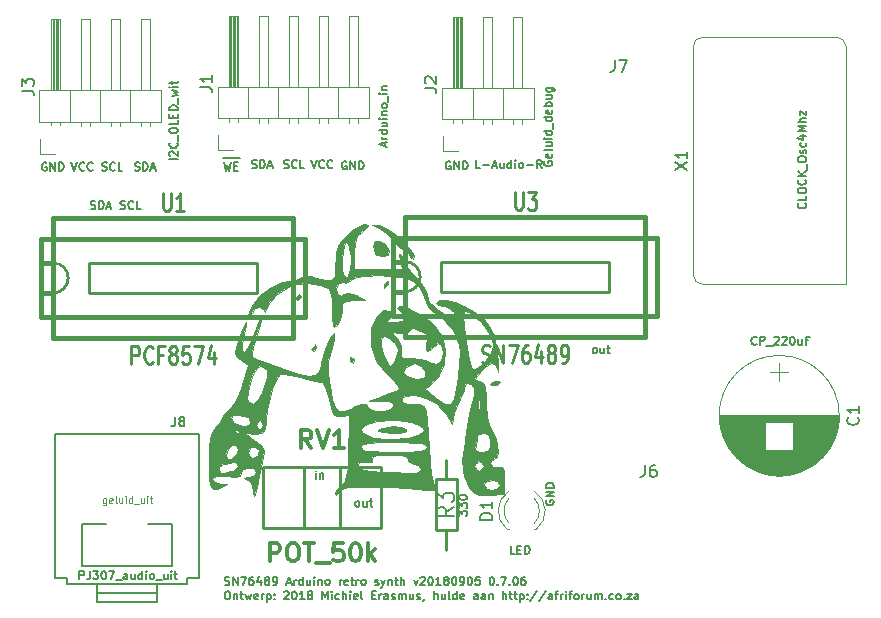
<source format=gbr>
G04 #@! TF.GenerationSoftware,KiCad,Pcbnew,(5.0.0)*
G04 #@! TF.CreationDate,2018-09-08T22:36:26+02:00*
G04 #@! TF.ProjectId,SN76849 Arduino nano shield,534E37363834392041726475696E6F20,20180905 0.7.06*
G04 #@! TF.SameCoordinates,Original*
G04 #@! TF.FileFunction,Legend,Top*
G04 #@! TF.FilePolarity,Positive*
%FSLAX46Y46*%
G04 Gerber Fmt 4.6, Leading zero omitted, Abs format (unit mm)*
G04 Created by KiCad (PCBNEW (5.0.0)) date 09/08/18 22:36:26*
%MOMM*%
%LPD*%
G01*
G04 APERTURE LIST*
%ADD10C,0.175000*%
%ADD11C,0.120000*%
%ADD12C,0.010000*%
%ADD13C,0.150000*%
%ADD14C,0.254000*%
%ADD15C,0.381000*%
%ADD16C,0.100000*%
%ADD17C,0.203200*%
%ADD18C,0.285750*%
%ADD19C,0.287020*%
%ADD20C,0.304800*%
G04 APERTURE END LIST*
D10*
X71866666Y-67050000D02*
X71866666Y-66616666D01*
X72133333Y-66850000D01*
X72133333Y-66750000D01*
X72166666Y-66683333D01*
X72200000Y-66650000D01*
X72266666Y-66616666D01*
X72433333Y-66616666D01*
X72500000Y-66650000D01*
X72533333Y-66683333D01*
X72566666Y-66750000D01*
X72566666Y-66950000D01*
X72533333Y-67016666D01*
X72500000Y-67050000D01*
X71866666Y-66383333D02*
X71866666Y-65950000D01*
X72133333Y-66183333D01*
X72133333Y-66083333D01*
X72166666Y-66016666D01*
X72200000Y-65983333D01*
X72266666Y-65950000D01*
X72433333Y-65950000D01*
X72500000Y-65983333D01*
X72533333Y-66016666D01*
X72566666Y-66083333D01*
X72566666Y-66283333D01*
X72533333Y-66350000D01*
X72500000Y-66383333D01*
X71866666Y-65516666D02*
X71866666Y-65450000D01*
X71900000Y-65383333D01*
X71933333Y-65350000D01*
X72000000Y-65316666D01*
X72133333Y-65283333D01*
X72300000Y-65283333D01*
X72433333Y-65316666D01*
X72500000Y-65350000D01*
X72533333Y-65383333D01*
X72566666Y-65450000D01*
X72566666Y-65516666D01*
X72533333Y-65583333D01*
X72500000Y-65616666D01*
X72433333Y-65650000D01*
X72300000Y-65683333D01*
X72133333Y-65683333D01*
X72000000Y-65650000D01*
X71933333Y-65616666D01*
X71900000Y-65583333D01*
X71866666Y-65516666D01*
X40700000Y-41033333D02*
X40800000Y-41066666D01*
X40966666Y-41066666D01*
X41033333Y-41033333D01*
X41066666Y-41000000D01*
X41100000Y-40933333D01*
X41100000Y-40866666D01*
X41066666Y-40800000D01*
X41033333Y-40766666D01*
X40966666Y-40733333D01*
X40833333Y-40700000D01*
X40766666Y-40666666D01*
X40733333Y-40633333D01*
X40700000Y-40566666D01*
X40700000Y-40500000D01*
X40733333Y-40433333D01*
X40766666Y-40400000D01*
X40833333Y-40366666D01*
X41000000Y-40366666D01*
X41100000Y-40400000D01*
X41400000Y-41066666D02*
X41400000Y-40366666D01*
X41566666Y-40366666D01*
X41666666Y-40400000D01*
X41733333Y-40466666D01*
X41766666Y-40533333D01*
X41800000Y-40666666D01*
X41800000Y-40766666D01*
X41766666Y-40900000D01*
X41733333Y-40966666D01*
X41666666Y-41033333D01*
X41566666Y-41066666D01*
X41400000Y-41066666D01*
X42066666Y-40866666D02*
X42400000Y-40866666D01*
X42000000Y-41066666D02*
X42233333Y-40366666D01*
X42466666Y-41066666D01*
X43216666Y-41033333D02*
X43316666Y-41066666D01*
X43483333Y-41066666D01*
X43550000Y-41033333D01*
X43583333Y-41000000D01*
X43616666Y-40933333D01*
X43616666Y-40866666D01*
X43583333Y-40800000D01*
X43550000Y-40766666D01*
X43483333Y-40733333D01*
X43350000Y-40700000D01*
X43283333Y-40666666D01*
X43250000Y-40633333D01*
X43216666Y-40566666D01*
X43216666Y-40500000D01*
X43250000Y-40433333D01*
X43283333Y-40400000D01*
X43350000Y-40366666D01*
X43516666Y-40366666D01*
X43616666Y-40400000D01*
X44316666Y-41000000D02*
X44283333Y-41033333D01*
X44183333Y-41066666D01*
X44116666Y-41066666D01*
X44016666Y-41033333D01*
X43950000Y-40966666D01*
X43916666Y-40900000D01*
X43883333Y-40766666D01*
X43883333Y-40666666D01*
X43916666Y-40533333D01*
X43950000Y-40466666D01*
X44016666Y-40400000D01*
X44116666Y-40366666D01*
X44183333Y-40366666D01*
X44283333Y-40400000D01*
X44316666Y-40433333D01*
X44950000Y-41066666D02*
X44616666Y-41066666D01*
X44616666Y-40366666D01*
X83333333Y-53266666D02*
X83266666Y-53233333D01*
X83233333Y-53200000D01*
X83200000Y-53133333D01*
X83200000Y-52933333D01*
X83233333Y-52866666D01*
X83266666Y-52833333D01*
X83333333Y-52800000D01*
X83433333Y-52800000D01*
X83500000Y-52833333D01*
X83533333Y-52866666D01*
X83566666Y-52933333D01*
X83566666Y-53133333D01*
X83533333Y-53200000D01*
X83500000Y-53233333D01*
X83433333Y-53266666D01*
X83333333Y-53266666D01*
X84166666Y-52800000D02*
X84166666Y-53266666D01*
X83866666Y-52800000D02*
X83866666Y-53166666D01*
X83900000Y-53233333D01*
X83966666Y-53266666D01*
X84066666Y-53266666D01*
X84133333Y-53233333D01*
X84166666Y-53200000D01*
X84400000Y-52800000D02*
X84666666Y-52800000D01*
X84500000Y-52566666D02*
X84500000Y-53166666D01*
X84533333Y-53233333D01*
X84600000Y-53266666D01*
X84666666Y-53266666D01*
X52047083Y-72870833D02*
X52147083Y-72904166D01*
X52313750Y-72904166D01*
X52380416Y-72870833D01*
X52413750Y-72837500D01*
X52447083Y-72770833D01*
X52447083Y-72704166D01*
X52413750Y-72637500D01*
X52380416Y-72604166D01*
X52313750Y-72570833D01*
X52180416Y-72537500D01*
X52113750Y-72504166D01*
X52080416Y-72470833D01*
X52047083Y-72404166D01*
X52047083Y-72337500D01*
X52080416Y-72270833D01*
X52113750Y-72237500D01*
X52180416Y-72204166D01*
X52347083Y-72204166D01*
X52447083Y-72237500D01*
X52747083Y-72904166D02*
X52747083Y-72204166D01*
X53147083Y-72904166D01*
X53147083Y-72204166D01*
X53413750Y-72204166D02*
X53880416Y-72204166D01*
X53580416Y-72904166D01*
X54447083Y-72204166D02*
X54313750Y-72204166D01*
X54247083Y-72237500D01*
X54213750Y-72270833D01*
X54147083Y-72370833D01*
X54113750Y-72504166D01*
X54113750Y-72770833D01*
X54147083Y-72837500D01*
X54180416Y-72870833D01*
X54247083Y-72904166D01*
X54380416Y-72904166D01*
X54447083Y-72870833D01*
X54480416Y-72837500D01*
X54513750Y-72770833D01*
X54513750Y-72604166D01*
X54480416Y-72537500D01*
X54447083Y-72504166D01*
X54380416Y-72470833D01*
X54247083Y-72470833D01*
X54180416Y-72504166D01*
X54147083Y-72537500D01*
X54113750Y-72604166D01*
X55113750Y-72437500D02*
X55113750Y-72904166D01*
X54947083Y-72170833D02*
X54780416Y-72670833D01*
X55213750Y-72670833D01*
X55580416Y-72504166D02*
X55513750Y-72470833D01*
X55480416Y-72437500D01*
X55447083Y-72370833D01*
X55447083Y-72337500D01*
X55480416Y-72270833D01*
X55513750Y-72237500D01*
X55580416Y-72204166D01*
X55713750Y-72204166D01*
X55780416Y-72237500D01*
X55813750Y-72270833D01*
X55847083Y-72337500D01*
X55847083Y-72370833D01*
X55813750Y-72437500D01*
X55780416Y-72470833D01*
X55713750Y-72504166D01*
X55580416Y-72504166D01*
X55513750Y-72537500D01*
X55480416Y-72570833D01*
X55447083Y-72637500D01*
X55447083Y-72770833D01*
X55480416Y-72837500D01*
X55513750Y-72870833D01*
X55580416Y-72904166D01*
X55713750Y-72904166D01*
X55780416Y-72870833D01*
X55813750Y-72837500D01*
X55847083Y-72770833D01*
X55847083Y-72637500D01*
X55813750Y-72570833D01*
X55780416Y-72537500D01*
X55713750Y-72504166D01*
X56180416Y-72904166D02*
X56313750Y-72904166D01*
X56380416Y-72870833D01*
X56413750Y-72837500D01*
X56480416Y-72737500D01*
X56513750Y-72604166D01*
X56513750Y-72337500D01*
X56480416Y-72270833D01*
X56447083Y-72237500D01*
X56380416Y-72204166D01*
X56247083Y-72204166D01*
X56180416Y-72237500D01*
X56147083Y-72270833D01*
X56113750Y-72337500D01*
X56113750Y-72504166D01*
X56147083Y-72570833D01*
X56180416Y-72604166D01*
X56247083Y-72637500D01*
X56380416Y-72637500D01*
X56447083Y-72604166D01*
X56480416Y-72570833D01*
X56513750Y-72504166D01*
X57313750Y-72704166D02*
X57647083Y-72704166D01*
X57247083Y-72904166D02*
X57480416Y-72204166D01*
X57713750Y-72904166D01*
X57947083Y-72904166D02*
X57947083Y-72437500D01*
X57947083Y-72570833D02*
X57980416Y-72504166D01*
X58013750Y-72470833D01*
X58080416Y-72437500D01*
X58147083Y-72437500D01*
X58680416Y-72904166D02*
X58680416Y-72204166D01*
X58680416Y-72870833D02*
X58613750Y-72904166D01*
X58480416Y-72904166D01*
X58413750Y-72870833D01*
X58380416Y-72837500D01*
X58347083Y-72770833D01*
X58347083Y-72570833D01*
X58380416Y-72504166D01*
X58413750Y-72470833D01*
X58480416Y-72437500D01*
X58613750Y-72437500D01*
X58680416Y-72470833D01*
X59313750Y-72437500D02*
X59313750Y-72904166D01*
X59013750Y-72437500D02*
X59013750Y-72804166D01*
X59047083Y-72870833D01*
X59113750Y-72904166D01*
X59213750Y-72904166D01*
X59280416Y-72870833D01*
X59313750Y-72837500D01*
X59647083Y-72904166D02*
X59647083Y-72437500D01*
X59647083Y-72204166D02*
X59613750Y-72237500D01*
X59647083Y-72270833D01*
X59680416Y-72237500D01*
X59647083Y-72204166D01*
X59647083Y-72270833D01*
X59980416Y-72437500D02*
X59980416Y-72904166D01*
X59980416Y-72504166D02*
X60013750Y-72470833D01*
X60080416Y-72437500D01*
X60180416Y-72437500D01*
X60247083Y-72470833D01*
X60280416Y-72537500D01*
X60280416Y-72904166D01*
X60713750Y-72904166D02*
X60647083Y-72870833D01*
X60613750Y-72837500D01*
X60580416Y-72770833D01*
X60580416Y-72570833D01*
X60613750Y-72504166D01*
X60647083Y-72470833D01*
X60713750Y-72437500D01*
X60813750Y-72437500D01*
X60880416Y-72470833D01*
X60913750Y-72504166D01*
X60947083Y-72570833D01*
X60947083Y-72770833D01*
X60913750Y-72837500D01*
X60880416Y-72870833D01*
X60813750Y-72904166D01*
X60713750Y-72904166D01*
X61780416Y-72904166D02*
X61780416Y-72437500D01*
X61780416Y-72570833D02*
X61813750Y-72504166D01*
X61847083Y-72470833D01*
X61913750Y-72437500D01*
X61980416Y-72437500D01*
X62480416Y-72870833D02*
X62413750Y-72904166D01*
X62280416Y-72904166D01*
X62213750Y-72870833D01*
X62180416Y-72804166D01*
X62180416Y-72537500D01*
X62213750Y-72470833D01*
X62280416Y-72437500D01*
X62413750Y-72437500D01*
X62480416Y-72470833D01*
X62513750Y-72537500D01*
X62513750Y-72604166D01*
X62180416Y-72670833D01*
X62713750Y-72437500D02*
X62980416Y-72437500D01*
X62813750Y-72204166D02*
X62813750Y-72804166D01*
X62847083Y-72870833D01*
X62913750Y-72904166D01*
X62980416Y-72904166D01*
X63213750Y-72904166D02*
X63213750Y-72437500D01*
X63213750Y-72570833D02*
X63247083Y-72504166D01*
X63280416Y-72470833D01*
X63347083Y-72437500D01*
X63413750Y-72437500D01*
X63747083Y-72904166D02*
X63680416Y-72870833D01*
X63647083Y-72837500D01*
X63613750Y-72770833D01*
X63613750Y-72570833D01*
X63647083Y-72504166D01*
X63680416Y-72470833D01*
X63747083Y-72437500D01*
X63847083Y-72437500D01*
X63913750Y-72470833D01*
X63947083Y-72504166D01*
X63980416Y-72570833D01*
X63980416Y-72770833D01*
X63947083Y-72837500D01*
X63913750Y-72870833D01*
X63847083Y-72904166D01*
X63747083Y-72904166D01*
X64780416Y-72870833D02*
X64847083Y-72904166D01*
X64980416Y-72904166D01*
X65047083Y-72870833D01*
X65080416Y-72804166D01*
X65080416Y-72770833D01*
X65047083Y-72704166D01*
X64980416Y-72670833D01*
X64880416Y-72670833D01*
X64813750Y-72637500D01*
X64780416Y-72570833D01*
X64780416Y-72537500D01*
X64813750Y-72470833D01*
X64880416Y-72437500D01*
X64980416Y-72437500D01*
X65047083Y-72470833D01*
X65313750Y-72437500D02*
X65480416Y-72904166D01*
X65647083Y-72437500D02*
X65480416Y-72904166D01*
X65413750Y-73070833D01*
X65380416Y-73104166D01*
X65313750Y-73137500D01*
X65913750Y-72437500D02*
X65913750Y-72904166D01*
X65913750Y-72504166D02*
X65947083Y-72470833D01*
X66013750Y-72437500D01*
X66113750Y-72437500D01*
X66180416Y-72470833D01*
X66213750Y-72537500D01*
X66213750Y-72904166D01*
X66447083Y-72437500D02*
X66713750Y-72437500D01*
X66547083Y-72204166D02*
X66547083Y-72804166D01*
X66580416Y-72870833D01*
X66647083Y-72904166D01*
X66713750Y-72904166D01*
X66947083Y-72904166D02*
X66947083Y-72204166D01*
X67247083Y-72904166D02*
X67247083Y-72537500D01*
X67213750Y-72470833D01*
X67147083Y-72437500D01*
X67047083Y-72437500D01*
X66980416Y-72470833D01*
X66947083Y-72504166D01*
X68047083Y-72437500D02*
X68213750Y-72904166D01*
X68380416Y-72437500D01*
X68613750Y-72270833D02*
X68647083Y-72237500D01*
X68713750Y-72204166D01*
X68880416Y-72204166D01*
X68947083Y-72237500D01*
X68980416Y-72270833D01*
X69013750Y-72337500D01*
X69013750Y-72404166D01*
X68980416Y-72504166D01*
X68580416Y-72904166D01*
X69013750Y-72904166D01*
X69447083Y-72204166D02*
X69513750Y-72204166D01*
X69580416Y-72237500D01*
X69613750Y-72270833D01*
X69647083Y-72337500D01*
X69680416Y-72470833D01*
X69680416Y-72637500D01*
X69647083Y-72770833D01*
X69613750Y-72837500D01*
X69580416Y-72870833D01*
X69513750Y-72904166D01*
X69447083Y-72904166D01*
X69380416Y-72870833D01*
X69347083Y-72837500D01*
X69313750Y-72770833D01*
X69280416Y-72637500D01*
X69280416Y-72470833D01*
X69313750Y-72337500D01*
X69347083Y-72270833D01*
X69380416Y-72237500D01*
X69447083Y-72204166D01*
X70347083Y-72904166D02*
X69947083Y-72904166D01*
X70147083Y-72904166D02*
X70147083Y-72204166D01*
X70080416Y-72304166D01*
X70013750Y-72370833D01*
X69947083Y-72404166D01*
X70747083Y-72504166D02*
X70680416Y-72470833D01*
X70647083Y-72437500D01*
X70613750Y-72370833D01*
X70613750Y-72337500D01*
X70647083Y-72270833D01*
X70680416Y-72237500D01*
X70747083Y-72204166D01*
X70880416Y-72204166D01*
X70947083Y-72237500D01*
X70980416Y-72270833D01*
X71013750Y-72337500D01*
X71013750Y-72370833D01*
X70980416Y-72437500D01*
X70947083Y-72470833D01*
X70880416Y-72504166D01*
X70747083Y-72504166D01*
X70680416Y-72537500D01*
X70647083Y-72570833D01*
X70613750Y-72637500D01*
X70613750Y-72770833D01*
X70647083Y-72837500D01*
X70680416Y-72870833D01*
X70747083Y-72904166D01*
X70880416Y-72904166D01*
X70947083Y-72870833D01*
X70980416Y-72837500D01*
X71013750Y-72770833D01*
X71013750Y-72637500D01*
X70980416Y-72570833D01*
X70947083Y-72537500D01*
X70880416Y-72504166D01*
X71447083Y-72204166D02*
X71513750Y-72204166D01*
X71580416Y-72237500D01*
X71613750Y-72270833D01*
X71647083Y-72337500D01*
X71680416Y-72470833D01*
X71680416Y-72637500D01*
X71647083Y-72770833D01*
X71613750Y-72837500D01*
X71580416Y-72870833D01*
X71513750Y-72904166D01*
X71447083Y-72904166D01*
X71380416Y-72870833D01*
X71347083Y-72837500D01*
X71313750Y-72770833D01*
X71280416Y-72637500D01*
X71280416Y-72470833D01*
X71313750Y-72337500D01*
X71347083Y-72270833D01*
X71380416Y-72237500D01*
X71447083Y-72204166D01*
X72013750Y-72904166D02*
X72147083Y-72904166D01*
X72213750Y-72870833D01*
X72247083Y-72837500D01*
X72313750Y-72737500D01*
X72347083Y-72604166D01*
X72347083Y-72337500D01*
X72313750Y-72270833D01*
X72280416Y-72237500D01*
X72213750Y-72204166D01*
X72080416Y-72204166D01*
X72013750Y-72237500D01*
X71980416Y-72270833D01*
X71947083Y-72337500D01*
X71947083Y-72504166D01*
X71980416Y-72570833D01*
X72013750Y-72604166D01*
X72080416Y-72637500D01*
X72213750Y-72637500D01*
X72280416Y-72604166D01*
X72313750Y-72570833D01*
X72347083Y-72504166D01*
X72780416Y-72204166D02*
X72847083Y-72204166D01*
X72913750Y-72237500D01*
X72947083Y-72270833D01*
X72980416Y-72337500D01*
X73013750Y-72470833D01*
X73013750Y-72637500D01*
X72980416Y-72770833D01*
X72947083Y-72837500D01*
X72913750Y-72870833D01*
X72847083Y-72904166D01*
X72780416Y-72904166D01*
X72713750Y-72870833D01*
X72680416Y-72837500D01*
X72647083Y-72770833D01*
X72613750Y-72637500D01*
X72613750Y-72470833D01*
X72647083Y-72337500D01*
X72680416Y-72270833D01*
X72713750Y-72237500D01*
X72780416Y-72204166D01*
X73647083Y-72204166D02*
X73313750Y-72204166D01*
X73280416Y-72537500D01*
X73313750Y-72504166D01*
X73380416Y-72470833D01*
X73547083Y-72470833D01*
X73613750Y-72504166D01*
X73647083Y-72537500D01*
X73680416Y-72604166D01*
X73680416Y-72770833D01*
X73647083Y-72837500D01*
X73613750Y-72870833D01*
X73547083Y-72904166D01*
X73380416Y-72904166D01*
X73313750Y-72870833D01*
X73280416Y-72837500D01*
X74647083Y-72204166D02*
X74713750Y-72204166D01*
X74780416Y-72237500D01*
X74813750Y-72270833D01*
X74847083Y-72337500D01*
X74880416Y-72470833D01*
X74880416Y-72637500D01*
X74847083Y-72770833D01*
X74813750Y-72837500D01*
X74780416Y-72870833D01*
X74713750Y-72904166D01*
X74647083Y-72904166D01*
X74580416Y-72870833D01*
X74547083Y-72837500D01*
X74513750Y-72770833D01*
X74480416Y-72637500D01*
X74480416Y-72470833D01*
X74513750Y-72337500D01*
X74547083Y-72270833D01*
X74580416Y-72237500D01*
X74647083Y-72204166D01*
X75180416Y-72837500D02*
X75213750Y-72870833D01*
X75180416Y-72904166D01*
X75147083Y-72870833D01*
X75180416Y-72837500D01*
X75180416Y-72904166D01*
X75447083Y-72204166D02*
X75913750Y-72204166D01*
X75613750Y-72904166D01*
X76180416Y-72837500D02*
X76213750Y-72870833D01*
X76180416Y-72904166D01*
X76147083Y-72870833D01*
X76180416Y-72837500D01*
X76180416Y-72904166D01*
X76647083Y-72204166D02*
X76713750Y-72204166D01*
X76780416Y-72237500D01*
X76813750Y-72270833D01*
X76847083Y-72337500D01*
X76880416Y-72470833D01*
X76880416Y-72637500D01*
X76847083Y-72770833D01*
X76813750Y-72837500D01*
X76780416Y-72870833D01*
X76713750Y-72904166D01*
X76647083Y-72904166D01*
X76580416Y-72870833D01*
X76547083Y-72837500D01*
X76513750Y-72770833D01*
X76480416Y-72637500D01*
X76480416Y-72470833D01*
X76513750Y-72337500D01*
X76547083Y-72270833D01*
X76580416Y-72237500D01*
X76647083Y-72204166D01*
X77480416Y-72204166D02*
X77347083Y-72204166D01*
X77280416Y-72237500D01*
X77247083Y-72270833D01*
X77180416Y-72370833D01*
X77147083Y-72504166D01*
X77147083Y-72770833D01*
X77180416Y-72837500D01*
X77213750Y-72870833D01*
X77280416Y-72904166D01*
X77413750Y-72904166D01*
X77480416Y-72870833D01*
X77513750Y-72837500D01*
X77547083Y-72770833D01*
X77547083Y-72604166D01*
X77513750Y-72537500D01*
X77480416Y-72504166D01*
X77413750Y-72470833D01*
X77280416Y-72470833D01*
X77213750Y-72504166D01*
X77180416Y-72537500D01*
X77147083Y-72604166D01*
X52213750Y-73429166D02*
X52347083Y-73429166D01*
X52413750Y-73462500D01*
X52480416Y-73529166D01*
X52513750Y-73662500D01*
X52513750Y-73895833D01*
X52480416Y-74029166D01*
X52413750Y-74095833D01*
X52347083Y-74129166D01*
X52213750Y-74129166D01*
X52147083Y-74095833D01*
X52080416Y-74029166D01*
X52047083Y-73895833D01*
X52047083Y-73662500D01*
X52080416Y-73529166D01*
X52147083Y-73462500D01*
X52213750Y-73429166D01*
X52813750Y-73662500D02*
X52813750Y-74129166D01*
X52813750Y-73729166D02*
X52847083Y-73695833D01*
X52913750Y-73662500D01*
X53013750Y-73662500D01*
X53080416Y-73695833D01*
X53113750Y-73762500D01*
X53113750Y-74129166D01*
X53347083Y-73662500D02*
X53613750Y-73662500D01*
X53447083Y-73429166D02*
X53447083Y-74029166D01*
X53480416Y-74095833D01*
X53547083Y-74129166D01*
X53613750Y-74129166D01*
X53780416Y-73662500D02*
X53913750Y-74129166D01*
X54047083Y-73795833D01*
X54180416Y-74129166D01*
X54313750Y-73662500D01*
X54847083Y-74095833D02*
X54780416Y-74129166D01*
X54647083Y-74129166D01*
X54580416Y-74095833D01*
X54547083Y-74029166D01*
X54547083Y-73762500D01*
X54580416Y-73695833D01*
X54647083Y-73662500D01*
X54780416Y-73662500D01*
X54847083Y-73695833D01*
X54880416Y-73762500D01*
X54880416Y-73829166D01*
X54547083Y-73895833D01*
X55180416Y-74129166D02*
X55180416Y-73662500D01*
X55180416Y-73795833D02*
X55213750Y-73729166D01*
X55247083Y-73695833D01*
X55313750Y-73662500D01*
X55380416Y-73662500D01*
X55613750Y-73662500D02*
X55613750Y-74362500D01*
X55613750Y-73695833D02*
X55680416Y-73662500D01*
X55813750Y-73662500D01*
X55880416Y-73695833D01*
X55913750Y-73729166D01*
X55947083Y-73795833D01*
X55947083Y-73995833D01*
X55913750Y-74062500D01*
X55880416Y-74095833D01*
X55813750Y-74129166D01*
X55680416Y-74129166D01*
X55613750Y-74095833D01*
X56247083Y-74062500D02*
X56280416Y-74095833D01*
X56247083Y-74129166D01*
X56213750Y-74095833D01*
X56247083Y-74062500D01*
X56247083Y-74129166D01*
X56247083Y-73695833D02*
X56280416Y-73729166D01*
X56247083Y-73762500D01*
X56213750Y-73729166D01*
X56247083Y-73695833D01*
X56247083Y-73762500D01*
X57080416Y-73495833D02*
X57113750Y-73462500D01*
X57180416Y-73429166D01*
X57347083Y-73429166D01*
X57413750Y-73462500D01*
X57447083Y-73495833D01*
X57480416Y-73562500D01*
X57480416Y-73629166D01*
X57447083Y-73729166D01*
X57047083Y-74129166D01*
X57480416Y-74129166D01*
X57913750Y-73429166D02*
X57980416Y-73429166D01*
X58047083Y-73462500D01*
X58080416Y-73495833D01*
X58113750Y-73562500D01*
X58147083Y-73695833D01*
X58147083Y-73862500D01*
X58113750Y-73995833D01*
X58080416Y-74062500D01*
X58047083Y-74095833D01*
X57980416Y-74129166D01*
X57913750Y-74129166D01*
X57847083Y-74095833D01*
X57813750Y-74062500D01*
X57780416Y-73995833D01*
X57747083Y-73862500D01*
X57747083Y-73695833D01*
X57780416Y-73562500D01*
X57813750Y-73495833D01*
X57847083Y-73462500D01*
X57913750Y-73429166D01*
X58813750Y-74129166D02*
X58413750Y-74129166D01*
X58613750Y-74129166D02*
X58613750Y-73429166D01*
X58547083Y-73529166D01*
X58480416Y-73595833D01*
X58413750Y-73629166D01*
X59213750Y-73729166D02*
X59147083Y-73695833D01*
X59113750Y-73662500D01*
X59080416Y-73595833D01*
X59080416Y-73562500D01*
X59113750Y-73495833D01*
X59147083Y-73462500D01*
X59213750Y-73429166D01*
X59347083Y-73429166D01*
X59413750Y-73462500D01*
X59447083Y-73495833D01*
X59480416Y-73562500D01*
X59480416Y-73595833D01*
X59447083Y-73662500D01*
X59413750Y-73695833D01*
X59347083Y-73729166D01*
X59213750Y-73729166D01*
X59147083Y-73762500D01*
X59113750Y-73795833D01*
X59080416Y-73862500D01*
X59080416Y-73995833D01*
X59113750Y-74062500D01*
X59147083Y-74095833D01*
X59213750Y-74129166D01*
X59347083Y-74129166D01*
X59413750Y-74095833D01*
X59447083Y-74062500D01*
X59480416Y-73995833D01*
X59480416Y-73862500D01*
X59447083Y-73795833D01*
X59413750Y-73762500D01*
X59347083Y-73729166D01*
X60313750Y-74129166D02*
X60313750Y-73429166D01*
X60547083Y-73929166D01*
X60780416Y-73429166D01*
X60780416Y-74129166D01*
X61113750Y-74129166D02*
X61113750Y-73662500D01*
X61113750Y-73429166D02*
X61080416Y-73462500D01*
X61113750Y-73495833D01*
X61147083Y-73462500D01*
X61113750Y-73429166D01*
X61113750Y-73495833D01*
X61747083Y-74095833D02*
X61680416Y-74129166D01*
X61547083Y-74129166D01*
X61480416Y-74095833D01*
X61447083Y-74062500D01*
X61413750Y-73995833D01*
X61413750Y-73795833D01*
X61447083Y-73729166D01*
X61480416Y-73695833D01*
X61547083Y-73662500D01*
X61680416Y-73662500D01*
X61747083Y-73695833D01*
X62047083Y-74129166D02*
X62047083Y-73429166D01*
X62347083Y-74129166D02*
X62347083Y-73762500D01*
X62313750Y-73695833D01*
X62247083Y-73662500D01*
X62147083Y-73662500D01*
X62080416Y-73695833D01*
X62047083Y-73729166D01*
X62680416Y-74129166D02*
X62680416Y-73662500D01*
X62680416Y-73429166D02*
X62647083Y-73462500D01*
X62680416Y-73495833D01*
X62713750Y-73462500D01*
X62680416Y-73429166D01*
X62680416Y-73495833D01*
X63280416Y-74095833D02*
X63213750Y-74129166D01*
X63080416Y-74129166D01*
X63013750Y-74095833D01*
X62980416Y-74029166D01*
X62980416Y-73762500D01*
X63013750Y-73695833D01*
X63080416Y-73662500D01*
X63213750Y-73662500D01*
X63280416Y-73695833D01*
X63313750Y-73762500D01*
X63313750Y-73829166D01*
X62980416Y-73895833D01*
X63713750Y-74129166D02*
X63647083Y-74095833D01*
X63613750Y-74029166D01*
X63613750Y-73429166D01*
X64513750Y-73762500D02*
X64747083Y-73762500D01*
X64847083Y-74129166D02*
X64513750Y-74129166D01*
X64513750Y-73429166D01*
X64847083Y-73429166D01*
X65147083Y-74129166D02*
X65147083Y-73662500D01*
X65147083Y-73795833D02*
X65180416Y-73729166D01*
X65213750Y-73695833D01*
X65280416Y-73662500D01*
X65347083Y-73662500D01*
X65880416Y-74129166D02*
X65880416Y-73762500D01*
X65847083Y-73695833D01*
X65780416Y-73662500D01*
X65647083Y-73662500D01*
X65580416Y-73695833D01*
X65880416Y-74095833D02*
X65813750Y-74129166D01*
X65647083Y-74129166D01*
X65580416Y-74095833D01*
X65547083Y-74029166D01*
X65547083Y-73962500D01*
X65580416Y-73895833D01*
X65647083Y-73862500D01*
X65813750Y-73862500D01*
X65880416Y-73829166D01*
X66180416Y-74095833D02*
X66247083Y-74129166D01*
X66380416Y-74129166D01*
X66447083Y-74095833D01*
X66480416Y-74029166D01*
X66480416Y-73995833D01*
X66447083Y-73929166D01*
X66380416Y-73895833D01*
X66280416Y-73895833D01*
X66213750Y-73862500D01*
X66180416Y-73795833D01*
X66180416Y-73762500D01*
X66213750Y-73695833D01*
X66280416Y-73662500D01*
X66380416Y-73662500D01*
X66447083Y-73695833D01*
X66780416Y-74129166D02*
X66780416Y-73662500D01*
X66780416Y-73729166D02*
X66813750Y-73695833D01*
X66880416Y-73662500D01*
X66980416Y-73662500D01*
X67047083Y-73695833D01*
X67080416Y-73762500D01*
X67080416Y-74129166D01*
X67080416Y-73762500D02*
X67113750Y-73695833D01*
X67180416Y-73662500D01*
X67280416Y-73662500D01*
X67347083Y-73695833D01*
X67380416Y-73762500D01*
X67380416Y-74129166D01*
X68013750Y-73662500D02*
X68013750Y-74129166D01*
X67713750Y-73662500D02*
X67713750Y-74029166D01*
X67747083Y-74095833D01*
X67813750Y-74129166D01*
X67913750Y-74129166D01*
X67980416Y-74095833D01*
X68013750Y-74062500D01*
X68313750Y-74095833D02*
X68380416Y-74129166D01*
X68513750Y-74129166D01*
X68580416Y-74095833D01*
X68613750Y-74029166D01*
X68613750Y-73995833D01*
X68580416Y-73929166D01*
X68513750Y-73895833D01*
X68413750Y-73895833D01*
X68347083Y-73862500D01*
X68313750Y-73795833D01*
X68313750Y-73762500D01*
X68347083Y-73695833D01*
X68413750Y-73662500D01*
X68513750Y-73662500D01*
X68580416Y-73695833D01*
X68947083Y-74095833D02*
X68947083Y-74129166D01*
X68913750Y-74195833D01*
X68880416Y-74229166D01*
X69780416Y-74129166D02*
X69780416Y-73429166D01*
X70080416Y-74129166D02*
X70080416Y-73762500D01*
X70047083Y-73695833D01*
X69980416Y-73662500D01*
X69880416Y-73662500D01*
X69813750Y-73695833D01*
X69780416Y-73729166D01*
X70713750Y-73662500D02*
X70713750Y-74129166D01*
X70413750Y-73662500D02*
X70413750Y-74029166D01*
X70447083Y-74095833D01*
X70513750Y-74129166D01*
X70613750Y-74129166D01*
X70680416Y-74095833D01*
X70713750Y-74062500D01*
X71147083Y-74129166D02*
X71080416Y-74095833D01*
X71047083Y-74029166D01*
X71047083Y-73429166D01*
X71713750Y-74129166D02*
X71713750Y-73429166D01*
X71713750Y-74095833D02*
X71647083Y-74129166D01*
X71513750Y-74129166D01*
X71447083Y-74095833D01*
X71413750Y-74062500D01*
X71380416Y-73995833D01*
X71380416Y-73795833D01*
X71413750Y-73729166D01*
X71447083Y-73695833D01*
X71513750Y-73662500D01*
X71647083Y-73662500D01*
X71713750Y-73695833D01*
X72313750Y-74095833D02*
X72247083Y-74129166D01*
X72113750Y-74129166D01*
X72047083Y-74095833D01*
X72013750Y-74029166D01*
X72013750Y-73762500D01*
X72047083Y-73695833D01*
X72113750Y-73662500D01*
X72247083Y-73662500D01*
X72313750Y-73695833D01*
X72347083Y-73762500D01*
X72347083Y-73829166D01*
X72013750Y-73895833D01*
X73480416Y-74129166D02*
X73480416Y-73762500D01*
X73447083Y-73695833D01*
X73380416Y-73662500D01*
X73247083Y-73662500D01*
X73180416Y-73695833D01*
X73480416Y-74095833D02*
X73413750Y-74129166D01*
X73247083Y-74129166D01*
X73180416Y-74095833D01*
X73147083Y-74029166D01*
X73147083Y-73962500D01*
X73180416Y-73895833D01*
X73247083Y-73862500D01*
X73413750Y-73862500D01*
X73480416Y-73829166D01*
X74113750Y-74129166D02*
X74113750Y-73762500D01*
X74080416Y-73695833D01*
X74013750Y-73662500D01*
X73880416Y-73662500D01*
X73813750Y-73695833D01*
X74113750Y-74095833D02*
X74047083Y-74129166D01*
X73880416Y-74129166D01*
X73813750Y-74095833D01*
X73780416Y-74029166D01*
X73780416Y-73962500D01*
X73813750Y-73895833D01*
X73880416Y-73862500D01*
X74047083Y-73862500D01*
X74113750Y-73829166D01*
X74447083Y-73662500D02*
X74447083Y-74129166D01*
X74447083Y-73729166D02*
X74480416Y-73695833D01*
X74547083Y-73662500D01*
X74647083Y-73662500D01*
X74713750Y-73695833D01*
X74747083Y-73762500D01*
X74747083Y-74129166D01*
X75613750Y-74129166D02*
X75613750Y-73429166D01*
X75913750Y-74129166D02*
X75913750Y-73762500D01*
X75880416Y-73695833D01*
X75813750Y-73662500D01*
X75713750Y-73662500D01*
X75647083Y-73695833D01*
X75613750Y-73729166D01*
X76147083Y-73662500D02*
X76413750Y-73662500D01*
X76247083Y-73429166D02*
X76247083Y-74029166D01*
X76280416Y-74095833D01*
X76347083Y-74129166D01*
X76413750Y-74129166D01*
X76547083Y-73662500D02*
X76813750Y-73662500D01*
X76647083Y-73429166D02*
X76647083Y-74029166D01*
X76680416Y-74095833D01*
X76747083Y-74129166D01*
X76813750Y-74129166D01*
X77047083Y-73662500D02*
X77047083Y-74362500D01*
X77047083Y-73695833D02*
X77113750Y-73662500D01*
X77247083Y-73662500D01*
X77313750Y-73695833D01*
X77347083Y-73729166D01*
X77380416Y-73795833D01*
X77380416Y-73995833D01*
X77347083Y-74062500D01*
X77313750Y-74095833D01*
X77247083Y-74129166D01*
X77113750Y-74129166D01*
X77047083Y-74095833D01*
X77680416Y-74062500D02*
X77713750Y-74095833D01*
X77680416Y-74129166D01*
X77647083Y-74095833D01*
X77680416Y-74062500D01*
X77680416Y-74129166D01*
X77680416Y-73695833D02*
X77713750Y-73729166D01*
X77680416Y-73762500D01*
X77647083Y-73729166D01*
X77680416Y-73695833D01*
X77680416Y-73762500D01*
X78513750Y-73395833D02*
X77913750Y-74295833D01*
X79247083Y-73395833D02*
X78647083Y-74295833D01*
X79780416Y-74129166D02*
X79780416Y-73762500D01*
X79747083Y-73695833D01*
X79680416Y-73662500D01*
X79547083Y-73662500D01*
X79480416Y-73695833D01*
X79780416Y-74095833D02*
X79713749Y-74129166D01*
X79547083Y-74129166D01*
X79480416Y-74095833D01*
X79447083Y-74029166D01*
X79447083Y-73962500D01*
X79480416Y-73895833D01*
X79547083Y-73862500D01*
X79713749Y-73862500D01*
X79780416Y-73829166D01*
X80013749Y-73662500D02*
X80280416Y-73662500D01*
X80113749Y-74129166D02*
X80113749Y-73529166D01*
X80147083Y-73462500D01*
X80213749Y-73429166D01*
X80280416Y-73429166D01*
X80513749Y-74129166D02*
X80513749Y-73662500D01*
X80513749Y-73795833D02*
X80547083Y-73729166D01*
X80580416Y-73695833D01*
X80647083Y-73662500D01*
X80713749Y-73662500D01*
X80947083Y-74129166D02*
X80947083Y-73662500D01*
X80947083Y-73429166D02*
X80913749Y-73462500D01*
X80947083Y-73495833D01*
X80980416Y-73462500D01*
X80947083Y-73429166D01*
X80947083Y-73495833D01*
X81180416Y-73662500D02*
X81447083Y-73662500D01*
X81280416Y-74129166D02*
X81280416Y-73529166D01*
X81313749Y-73462500D01*
X81380416Y-73429166D01*
X81447083Y-73429166D01*
X81780416Y-74129166D02*
X81713749Y-74095833D01*
X81680416Y-74062500D01*
X81647083Y-73995833D01*
X81647083Y-73795833D01*
X81680416Y-73729166D01*
X81713749Y-73695833D01*
X81780416Y-73662500D01*
X81880416Y-73662500D01*
X81947083Y-73695833D01*
X81980416Y-73729166D01*
X82013749Y-73795833D01*
X82013749Y-73995833D01*
X81980416Y-74062500D01*
X81947083Y-74095833D01*
X81880416Y-74129166D01*
X81780416Y-74129166D01*
X82313749Y-74129166D02*
X82313749Y-73662500D01*
X82313749Y-73795833D02*
X82347083Y-73729166D01*
X82380416Y-73695833D01*
X82447083Y-73662500D01*
X82513749Y-73662500D01*
X83047083Y-73662500D02*
X83047083Y-74129166D01*
X82747083Y-73662500D02*
X82747083Y-74029166D01*
X82780416Y-74095833D01*
X82847083Y-74129166D01*
X82947083Y-74129166D01*
X83013749Y-74095833D01*
X83047083Y-74062500D01*
X83380416Y-74129166D02*
X83380416Y-73662500D01*
X83380416Y-73729166D02*
X83413749Y-73695833D01*
X83480416Y-73662500D01*
X83580416Y-73662500D01*
X83647083Y-73695833D01*
X83680416Y-73762500D01*
X83680416Y-74129166D01*
X83680416Y-73762500D02*
X83713749Y-73695833D01*
X83780416Y-73662500D01*
X83880416Y-73662500D01*
X83947083Y-73695833D01*
X83980416Y-73762500D01*
X83980416Y-74129166D01*
X84313749Y-74062500D02*
X84347083Y-74095833D01*
X84313749Y-74129166D01*
X84280416Y-74095833D01*
X84313749Y-74062500D01*
X84313749Y-74129166D01*
X84947083Y-74095833D02*
X84880416Y-74129166D01*
X84747083Y-74129166D01*
X84680416Y-74095833D01*
X84647083Y-74062500D01*
X84613749Y-73995833D01*
X84613749Y-73795833D01*
X84647083Y-73729166D01*
X84680416Y-73695833D01*
X84747083Y-73662500D01*
X84880416Y-73662500D01*
X84947083Y-73695833D01*
X85347083Y-74129166D02*
X85280416Y-74095833D01*
X85247083Y-74062500D01*
X85213749Y-73995833D01*
X85213749Y-73795833D01*
X85247083Y-73729166D01*
X85280416Y-73695833D01*
X85347083Y-73662500D01*
X85447083Y-73662500D01*
X85513749Y-73695833D01*
X85547083Y-73729166D01*
X85580416Y-73795833D01*
X85580416Y-73995833D01*
X85547083Y-74062500D01*
X85513749Y-74095833D01*
X85447083Y-74129166D01*
X85347083Y-74129166D01*
X85880416Y-74062500D02*
X85913749Y-74095833D01*
X85880416Y-74129166D01*
X85847083Y-74095833D01*
X85880416Y-74062500D01*
X85880416Y-74129166D01*
X86147083Y-73662500D02*
X86513749Y-73662500D01*
X86147083Y-74129166D01*
X86513749Y-74129166D01*
X87080416Y-74129166D02*
X87080416Y-73762500D01*
X87047083Y-73695833D01*
X86980416Y-73662500D01*
X86847083Y-73662500D01*
X86780416Y-73695833D01*
X87080416Y-74095833D02*
X87013749Y-74129166D01*
X86847083Y-74129166D01*
X86780416Y-74095833D01*
X86747083Y-74029166D01*
X86747083Y-73962500D01*
X86780416Y-73895833D01*
X86847083Y-73862500D01*
X87013749Y-73862500D01*
X87080416Y-73829166D01*
X39749999Y-72416666D02*
X39749999Y-71716666D01*
X40016666Y-71716666D01*
X40083333Y-71750000D01*
X40116666Y-71783333D01*
X40149999Y-71850000D01*
X40149999Y-71950000D01*
X40116666Y-72016666D01*
X40083333Y-72050000D01*
X40016666Y-72083333D01*
X39749999Y-72083333D01*
X40649999Y-71716666D02*
X40649999Y-72216666D01*
X40616666Y-72316666D01*
X40549999Y-72383333D01*
X40449999Y-72416666D01*
X40383333Y-72416666D01*
X40916666Y-71716666D02*
X41349999Y-71716666D01*
X41116666Y-71983333D01*
X41216666Y-71983333D01*
X41283333Y-72016666D01*
X41316666Y-72050000D01*
X41349999Y-72116666D01*
X41349999Y-72283333D01*
X41316666Y-72350000D01*
X41283333Y-72383333D01*
X41216666Y-72416666D01*
X41016666Y-72416666D01*
X40949999Y-72383333D01*
X40916666Y-72350000D01*
X41783333Y-71716666D02*
X41849999Y-71716666D01*
X41916666Y-71750000D01*
X41949999Y-71783333D01*
X41983333Y-71850000D01*
X42016666Y-71983333D01*
X42016666Y-72150000D01*
X41983333Y-72283333D01*
X41949999Y-72350000D01*
X41916666Y-72383333D01*
X41849999Y-72416666D01*
X41783333Y-72416666D01*
X41716666Y-72383333D01*
X41683333Y-72350000D01*
X41649999Y-72283333D01*
X41616666Y-72150000D01*
X41616666Y-71983333D01*
X41649999Y-71850000D01*
X41683333Y-71783333D01*
X41716666Y-71750000D01*
X41783333Y-71716666D01*
X42249999Y-71716666D02*
X42716666Y-71716666D01*
X42416666Y-72416666D01*
X42816666Y-72483333D02*
X43349999Y-72483333D01*
X43816666Y-72416666D02*
X43816666Y-72050000D01*
X43783333Y-71983333D01*
X43716666Y-71950000D01*
X43583333Y-71950000D01*
X43516666Y-71983333D01*
X43816666Y-72383333D02*
X43749999Y-72416666D01*
X43583333Y-72416666D01*
X43516666Y-72383333D01*
X43483333Y-72316666D01*
X43483333Y-72250000D01*
X43516666Y-72183333D01*
X43583333Y-72150000D01*
X43749999Y-72150000D01*
X43816666Y-72116666D01*
X44449999Y-71950000D02*
X44449999Y-72416666D01*
X44149999Y-71950000D02*
X44149999Y-72316666D01*
X44183333Y-72383333D01*
X44249999Y-72416666D01*
X44349999Y-72416666D01*
X44416666Y-72383333D01*
X44449999Y-72350000D01*
X45083333Y-72416666D02*
X45083333Y-71716666D01*
X45083333Y-72383333D02*
X45016666Y-72416666D01*
X44883333Y-72416666D01*
X44816666Y-72383333D01*
X44783333Y-72350000D01*
X44749999Y-72283333D01*
X44749999Y-72083333D01*
X44783333Y-72016666D01*
X44816666Y-71983333D01*
X44883333Y-71950000D01*
X45016666Y-71950000D01*
X45083333Y-71983333D01*
X45416666Y-72416666D02*
X45416666Y-71950000D01*
X45416666Y-71716666D02*
X45383333Y-71750000D01*
X45416666Y-71783333D01*
X45449999Y-71750000D01*
X45416666Y-71716666D01*
X45416666Y-71783333D01*
X45849999Y-72416666D02*
X45783333Y-72383333D01*
X45749999Y-72350000D01*
X45716666Y-72283333D01*
X45716666Y-72083333D01*
X45749999Y-72016666D01*
X45783333Y-71983333D01*
X45849999Y-71950000D01*
X45949999Y-71950000D01*
X46016666Y-71983333D01*
X46049999Y-72016666D01*
X46083333Y-72083333D01*
X46083333Y-72283333D01*
X46049999Y-72350000D01*
X46016666Y-72383333D01*
X45949999Y-72416666D01*
X45849999Y-72416666D01*
X46216666Y-72483333D02*
X46749999Y-72483333D01*
X47216666Y-71950000D02*
X47216666Y-72416666D01*
X46916666Y-71950000D02*
X46916666Y-72316666D01*
X46949999Y-72383333D01*
X47016666Y-72416666D01*
X47116666Y-72416666D01*
X47183333Y-72383333D01*
X47216666Y-72350000D01*
X47549999Y-72416666D02*
X47549999Y-71950000D01*
X47549999Y-71716666D02*
X47516666Y-71750000D01*
X47549999Y-71783333D01*
X47583333Y-71750000D01*
X47549999Y-71716666D01*
X47549999Y-71783333D01*
X47783333Y-71950000D02*
X48049999Y-71950000D01*
X47883333Y-71716666D02*
X47883333Y-72316666D01*
X47916666Y-72383333D01*
X47983333Y-72416666D01*
X48049999Y-72416666D01*
X59783333Y-63916666D02*
X59783333Y-63450000D01*
X59783333Y-63216666D02*
X59750000Y-63250000D01*
X59783333Y-63283333D01*
X59816666Y-63250000D01*
X59783333Y-63216666D01*
X59783333Y-63283333D01*
X60116666Y-63450000D02*
X60116666Y-63916666D01*
X60116666Y-63516666D02*
X60150000Y-63483333D01*
X60216666Y-63450000D01*
X60316666Y-63450000D01*
X60383333Y-63483333D01*
X60416666Y-63550000D01*
X60416666Y-63916666D01*
X63233333Y-66266666D02*
X63166666Y-66233333D01*
X63133333Y-66200000D01*
X63100000Y-66133333D01*
X63100000Y-65933333D01*
X63133333Y-65866666D01*
X63166666Y-65833333D01*
X63233333Y-65800000D01*
X63333333Y-65800000D01*
X63400000Y-65833333D01*
X63433333Y-65866666D01*
X63466666Y-65933333D01*
X63466666Y-66133333D01*
X63433333Y-66200000D01*
X63400000Y-66233333D01*
X63333333Y-66266666D01*
X63233333Y-66266666D01*
X64066666Y-65800000D02*
X64066666Y-66266666D01*
X63766666Y-65800000D02*
X63766666Y-66166666D01*
X63800000Y-66233333D01*
X63866666Y-66266666D01*
X63966666Y-66266666D01*
X64033333Y-66233333D01*
X64066666Y-66200000D01*
X64300000Y-65800000D02*
X64566666Y-65800000D01*
X64400000Y-65566666D02*
X64400000Y-66166666D01*
X64433333Y-66233333D01*
X64500000Y-66266666D01*
X64566666Y-66266666D01*
X79250000Y-65733333D02*
X79216666Y-65800000D01*
X79216666Y-65900000D01*
X79250000Y-66000000D01*
X79316666Y-66066666D01*
X79383333Y-66100000D01*
X79516666Y-66133333D01*
X79616666Y-66133333D01*
X79750000Y-66100000D01*
X79816666Y-66066666D01*
X79883333Y-66000000D01*
X79916666Y-65900000D01*
X79916666Y-65833333D01*
X79883333Y-65733333D01*
X79850000Y-65700000D01*
X79616666Y-65700000D01*
X79616666Y-65833333D01*
X79916666Y-65400000D02*
X79216666Y-65400000D01*
X79916666Y-65000000D01*
X79216666Y-65000000D01*
X79916666Y-64666666D02*
X79216666Y-64666666D01*
X79216666Y-64500000D01*
X79250000Y-64400000D01*
X79316666Y-64333333D01*
X79383333Y-64300000D01*
X79516666Y-64266666D01*
X79616666Y-64266666D01*
X79750000Y-64300000D01*
X79816666Y-64333333D01*
X79883333Y-64400000D01*
X79916666Y-64500000D01*
X79916666Y-64666666D01*
X76600000Y-70266666D02*
X76266666Y-70266666D01*
X76266666Y-69566666D01*
X76833333Y-69900000D02*
X77066666Y-69900000D01*
X77166666Y-70266666D02*
X76833333Y-70266666D01*
X76833333Y-69566666D01*
X77166666Y-69566666D01*
X77466666Y-70266666D02*
X77466666Y-69566666D01*
X77633333Y-69566666D01*
X77733333Y-69600000D01*
X77800000Y-69666666D01*
X77833333Y-69733333D01*
X77866666Y-69866666D01*
X77866666Y-69966666D01*
X77833333Y-70100000D01*
X77800000Y-70166666D01*
X77733333Y-70233333D01*
X77633333Y-70266666D01*
X77466666Y-70266666D01*
X97083333Y-52500000D02*
X97050000Y-52533333D01*
X96950000Y-52566666D01*
X96883333Y-52566666D01*
X96783333Y-52533333D01*
X96716666Y-52466666D01*
X96683333Y-52400000D01*
X96650000Y-52266666D01*
X96650000Y-52166666D01*
X96683333Y-52033333D01*
X96716666Y-51966666D01*
X96783333Y-51900000D01*
X96883333Y-51866666D01*
X96950000Y-51866666D01*
X97050000Y-51900000D01*
X97083333Y-51933333D01*
X97383333Y-52566666D02*
X97383333Y-51866666D01*
X97650000Y-51866666D01*
X97716666Y-51900000D01*
X97750000Y-51933333D01*
X97783333Y-52000000D01*
X97783333Y-52100000D01*
X97750000Y-52166666D01*
X97716666Y-52200000D01*
X97650000Y-52233333D01*
X97383333Y-52233333D01*
X97916666Y-52633333D02*
X98450000Y-52633333D01*
X98583333Y-51933333D02*
X98616666Y-51900000D01*
X98683333Y-51866666D01*
X98850000Y-51866666D01*
X98916666Y-51900000D01*
X98950000Y-51933333D01*
X98983333Y-52000000D01*
X98983333Y-52066666D01*
X98950000Y-52166666D01*
X98550000Y-52566666D01*
X98983333Y-52566666D01*
X99250000Y-51933333D02*
X99283333Y-51900000D01*
X99350000Y-51866666D01*
X99516666Y-51866666D01*
X99583333Y-51900000D01*
X99616666Y-51933333D01*
X99650000Y-52000000D01*
X99650000Y-52066666D01*
X99616666Y-52166666D01*
X99216666Y-52566666D01*
X99650000Y-52566666D01*
X100083333Y-51866666D02*
X100150000Y-51866666D01*
X100216666Y-51900000D01*
X100250000Y-51933333D01*
X100283333Y-52000000D01*
X100316666Y-52133333D01*
X100316666Y-52300000D01*
X100283333Y-52433333D01*
X100250000Y-52500000D01*
X100216666Y-52533333D01*
X100150000Y-52566666D01*
X100083333Y-52566666D01*
X100016666Y-52533333D01*
X99983333Y-52500000D01*
X99950000Y-52433333D01*
X99916666Y-52300000D01*
X99916666Y-52133333D01*
X99950000Y-52000000D01*
X99983333Y-51933333D01*
X100016666Y-51900000D01*
X100083333Y-51866666D01*
X100916666Y-52100000D02*
X100916666Y-52566666D01*
X100616666Y-52100000D02*
X100616666Y-52466666D01*
X100650000Y-52533333D01*
X100716666Y-52566666D01*
X100816666Y-52566666D01*
X100883333Y-52533333D01*
X100916666Y-52500000D01*
X101483333Y-52200000D02*
X101250000Y-52200000D01*
X101250000Y-52566666D02*
X101250000Y-51866666D01*
X101583333Y-51866666D01*
X101200000Y-40583333D02*
X101233333Y-40616666D01*
X101266666Y-40716666D01*
X101266666Y-40783333D01*
X101233333Y-40883333D01*
X101166666Y-40950000D01*
X101100000Y-40983333D01*
X100966666Y-41016666D01*
X100866666Y-41016666D01*
X100733333Y-40983333D01*
X100666666Y-40950000D01*
X100600000Y-40883333D01*
X100566666Y-40783333D01*
X100566666Y-40716666D01*
X100600000Y-40616666D01*
X100633333Y-40583333D01*
X101266666Y-39950000D02*
X101266666Y-40283333D01*
X100566666Y-40283333D01*
X100566666Y-39583333D02*
X100566666Y-39450000D01*
X100600000Y-39383333D01*
X100666666Y-39316666D01*
X100800000Y-39283333D01*
X101033333Y-39283333D01*
X101166666Y-39316666D01*
X101233333Y-39383333D01*
X101266666Y-39450000D01*
X101266666Y-39583333D01*
X101233333Y-39650000D01*
X101166666Y-39716666D01*
X101033333Y-39750000D01*
X100800000Y-39750000D01*
X100666666Y-39716666D01*
X100600000Y-39650000D01*
X100566666Y-39583333D01*
X101200000Y-38583333D02*
X101233333Y-38616666D01*
X101266666Y-38716666D01*
X101266666Y-38783333D01*
X101233333Y-38883333D01*
X101166666Y-38950000D01*
X101100000Y-38983333D01*
X100966666Y-39016666D01*
X100866666Y-39016666D01*
X100733333Y-38983333D01*
X100666666Y-38950000D01*
X100600000Y-38883333D01*
X100566666Y-38783333D01*
X100566666Y-38716666D01*
X100600000Y-38616666D01*
X100633333Y-38583333D01*
X101266666Y-38283333D02*
X100566666Y-38283333D01*
X101266666Y-37883333D02*
X100866666Y-38183333D01*
X100566666Y-37883333D02*
X100966666Y-38283333D01*
X101333333Y-37750000D02*
X101333333Y-37216666D01*
X100566666Y-36916666D02*
X100566666Y-36783333D01*
X100600000Y-36716666D01*
X100666666Y-36650000D01*
X100800000Y-36616666D01*
X101033333Y-36616666D01*
X101166666Y-36650000D01*
X101233333Y-36716666D01*
X101266666Y-36783333D01*
X101266666Y-36916666D01*
X101233333Y-36983333D01*
X101166666Y-37050000D01*
X101033333Y-37083333D01*
X100800000Y-37083333D01*
X100666666Y-37050000D01*
X100600000Y-36983333D01*
X100566666Y-36916666D01*
X101233333Y-36350000D02*
X101266666Y-36283333D01*
X101266666Y-36150000D01*
X101233333Y-36083333D01*
X101166666Y-36050000D01*
X101133333Y-36050000D01*
X101066666Y-36083333D01*
X101033333Y-36150000D01*
X101033333Y-36250000D01*
X101000000Y-36316666D01*
X100933333Y-36350000D01*
X100900000Y-36350000D01*
X100833333Y-36316666D01*
X100800000Y-36250000D01*
X100800000Y-36150000D01*
X100833333Y-36083333D01*
X101233333Y-35450000D02*
X101266666Y-35516666D01*
X101266666Y-35650000D01*
X101233333Y-35716666D01*
X101200000Y-35750000D01*
X101133333Y-35783333D01*
X100933333Y-35783333D01*
X100866666Y-35750000D01*
X100833333Y-35716666D01*
X100800000Y-35650000D01*
X100800000Y-35516666D01*
X100833333Y-35450000D01*
X100800000Y-34850000D02*
X101266666Y-34850000D01*
X100533333Y-35016666D02*
X101033333Y-35183333D01*
X101033333Y-34750000D01*
X101266666Y-34483333D02*
X100566666Y-34483333D01*
X101066666Y-34250000D01*
X100566666Y-34016666D01*
X101266666Y-34016666D01*
X101266666Y-33683333D02*
X100566666Y-33683333D01*
X101266666Y-33383333D02*
X100900000Y-33383333D01*
X100833333Y-33416666D01*
X100800000Y-33483333D01*
X100800000Y-33583333D01*
X100833333Y-33650000D01*
X100866666Y-33683333D01*
X100800000Y-33116666D02*
X100800000Y-32750000D01*
X101266666Y-33116666D01*
X101266666Y-32750000D01*
X79100000Y-37033333D02*
X79066666Y-37100000D01*
X79066666Y-37200000D01*
X79100000Y-37300000D01*
X79166666Y-37366666D01*
X79233333Y-37400000D01*
X79366666Y-37433333D01*
X79466666Y-37433333D01*
X79600000Y-37400000D01*
X79666666Y-37366666D01*
X79733333Y-37300000D01*
X79766666Y-37200000D01*
X79766666Y-37133333D01*
X79733333Y-37033333D01*
X79700000Y-37000000D01*
X79466666Y-37000000D01*
X79466666Y-37133333D01*
X79733333Y-36433333D02*
X79766666Y-36500000D01*
X79766666Y-36633333D01*
X79733333Y-36700000D01*
X79666666Y-36733333D01*
X79400000Y-36733333D01*
X79333333Y-36700000D01*
X79300000Y-36633333D01*
X79300000Y-36500000D01*
X79333333Y-36433333D01*
X79400000Y-36400000D01*
X79466666Y-36400000D01*
X79533333Y-36733333D01*
X79766666Y-36000000D02*
X79733333Y-36066666D01*
X79666666Y-36100000D01*
X79066666Y-36100000D01*
X79300000Y-35433333D02*
X79766666Y-35433333D01*
X79300000Y-35733333D02*
X79666666Y-35733333D01*
X79733333Y-35700000D01*
X79766666Y-35633333D01*
X79766666Y-35533333D01*
X79733333Y-35466666D01*
X79700000Y-35433333D01*
X79766666Y-35100000D02*
X79300000Y-35100000D01*
X79066666Y-35100000D02*
X79100000Y-35133333D01*
X79133333Y-35100000D01*
X79100000Y-35066666D01*
X79066666Y-35100000D01*
X79133333Y-35100000D01*
X79766666Y-34466666D02*
X79066666Y-34466666D01*
X79733333Y-34466666D02*
X79766666Y-34533333D01*
X79766666Y-34666666D01*
X79733333Y-34733333D01*
X79700000Y-34766666D01*
X79633333Y-34800000D01*
X79433333Y-34800000D01*
X79366666Y-34766666D01*
X79333333Y-34733333D01*
X79300000Y-34666666D01*
X79300000Y-34533333D01*
X79333333Y-34466666D01*
X79833333Y-34300000D02*
X79833333Y-33766666D01*
X79766666Y-33300000D02*
X79066666Y-33300000D01*
X79733333Y-33300000D02*
X79766666Y-33366666D01*
X79766666Y-33500000D01*
X79733333Y-33566666D01*
X79700000Y-33600000D01*
X79633333Y-33633333D01*
X79433333Y-33633333D01*
X79366666Y-33600000D01*
X79333333Y-33566666D01*
X79300000Y-33500000D01*
X79300000Y-33366666D01*
X79333333Y-33300000D01*
X79733333Y-32700000D02*
X79766666Y-32766666D01*
X79766666Y-32900000D01*
X79733333Y-32966666D01*
X79666666Y-33000000D01*
X79400000Y-33000000D01*
X79333333Y-32966666D01*
X79300000Y-32900000D01*
X79300000Y-32766666D01*
X79333333Y-32700000D01*
X79400000Y-32666666D01*
X79466666Y-32666666D01*
X79533333Y-33000000D01*
X79766666Y-32366666D02*
X79066666Y-32366666D01*
X79333333Y-32366666D02*
X79300000Y-32300000D01*
X79300000Y-32166666D01*
X79333333Y-32100000D01*
X79366666Y-32066666D01*
X79433333Y-32033333D01*
X79633333Y-32033333D01*
X79700000Y-32066666D01*
X79733333Y-32100000D01*
X79766666Y-32166666D01*
X79766666Y-32300000D01*
X79733333Y-32366666D01*
X79300000Y-31433333D02*
X79766666Y-31433333D01*
X79300000Y-31733333D02*
X79666666Y-31733333D01*
X79733333Y-31700000D01*
X79766666Y-31633333D01*
X79766666Y-31533333D01*
X79733333Y-31466666D01*
X79700000Y-31433333D01*
X79300000Y-30800000D02*
X79866666Y-30800000D01*
X79933333Y-30833333D01*
X79966666Y-30866666D01*
X80000000Y-30933333D01*
X80000000Y-31033333D01*
X79966666Y-31100000D01*
X79733333Y-30800000D02*
X79766666Y-30866666D01*
X79766666Y-31000000D01*
X79733333Y-31066666D01*
X79700000Y-31100000D01*
X79633333Y-31133333D01*
X79433333Y-31133333D01*
X79366666Y-31100000D01*
X79333333Y-31066666D01*
X79300000Y-31000000D01*
X79300000Y-30866666D01*
X79333333Y-30800000D01*
X65616666Y-35766666D02*
X65616666Y-35433333D01*
X65816666Y-35833333D02*
X65116666Y-35600000D01*
X65816666Y-35366666D01*
X65816666Y-35133333D02*
X65350000Y-35133333D01*
X65483333Y-35133333D02*
X65416666Y-35100000D01*
X65383333Y-35066666D01*
X65350000Y-35000000D01*
X65350000Y-34933333D01*
X65816666Y-34400000D02*
X65116666Y-34400000D01*
X65783333Y-34400000D02*
X65816666Y-34466666D01*
X65816666Y-34600000D01*
X65783333Y-34666666D01*
X65750000Y-34700000D01*
X65683333Y-34733333D01*
X65483333Y-34733333D01*
X65416666Y-34700000D01*
X65383333Y-34666666D01*
X65350000Y-34600000D01*
X65350000Y-34466666D01*
X65383333Y-34400000D01*
X65350000Y-33766666D02*
X65816666Y-33766666D01*
X65350000Y-34066666D02*
X65716666Y-34066666D01*
X65783333Y-34033333D01*
X65816666Y-33966666D01*
X65816666Y-33866666D01*
X65783333Y-33800000D01*
X65750000Y-33766666D01*
X65816666Y-33433333D02*
X65350000Y-33433333D01*
X65116666Y-33433333D02*
X65150000Y-33466666D01*
X65183333Y-33433333D01*
X65150000Y-33400000D01*
X65116666Y-33433333D01*
X65183333Y-33433333D01*
X65350000Y-33100000D02*
X65816666Y-33100000D01*
X65416666Y-33100000D02*
X65383333Y-33066666D01*
X65350000Y-33000000D01*
X65350000Y-32900000D01*
X65383333Y-32833333D01*
X65450000Y-32800000D01*
X65816666Y-32800000D01*
X65816666Y-32366666D02*
X65783333Y-32433333D01*
X65750000Y-32466666D01*
X65683333Y-32500000D01*
X65483333Y-32500000D01*
X65416666Y-32466666D01*
X65383333Y-32433333D01*
X65350000Y-32366666D01*
X65350000Y-32266666D01*
X65383333Y-32200000D01*
X65416666Y-32166666D01*
X65483333Y-32133333D01*
X65683333Y-32133333D01*
X65750000Y-32166666D01*
X65783333Y-32200000D01*
X65816666Y-32266666D01*
X65816666Y-32366666D01*
X65883333Y-32000000D02*
X65883333Y-31466666D01*
X65816666Y-31300000D02*
X65350000Y-31300000D01*
X65116666Y-31300000D02*
X65150000Y-31333333D01*
X65183333Y-31300000D01*
X65150000Y-31266666D01*
X65116666Y-31300000D01*
X65183333Y-31300000D01*
X65350000Y-30966666D02*
X65816666Y-30966666D01*
X65416666Y-30966666D02*
X65383333Y-30933333D01*
X65350000Y-30866666D01*
X65350000Y-30766666D01*
X65383333Y-30700000D01*
X65450000Y-30666666D01*
X65816666Y-30666666D01*
X48066666Y-36866666D02*
X47366666Y-36866666D01*
X47433333Y-36566666D02*
X47400000Y-36533333D01*
X47366666Y-36466666D01*
X47366666Y-36300000D01*
X47400000Y-36233333D01*
X47433333Y-36200000D01*
X47500000Y-36166666D01*
X47566666Y-36166666D01*
X47666666Y-36200000D01*
X48066666Y-36600000D01*
X48066666Y-36166666D01*
X48000000Y-35466666D02*
X48033333Y-35500000D01*
X48066666Y-35600000D01*
X48066666Y-35666666D01*
X48033333Y-35766666D01*
X47966666Y-35833333D01*
X47900000Y-35866666D01*
X47766666Y-35900000D01*
X47666666Y-35900000D01*
X47533333Y-35866666D01*
X47466666Y-35833333D01*
X47400000Y-35766666D01*
X47366666Y-35666666D01*
X47366666Y-35600000D01*
X47400000Y-35500000D01*
X47433333Y-35466666D01*
X48133333Y-35333333D02*
X48133333Y-34800000D01*
X47366666Y-34500000D02*
X47366666Y-34366666D01*
X47400000Y-34300000D01*
X47466666Y-34233333D01*
X47600000Y-34200000D01*
X47833333Y-34200000D01*
X47966666Y-34233333D01*
X48033333Y-34300000D01*
X48066666Y-34366666D01*
X48066666Y-34500000D01*
X48033333Y-34566666D01*
X47966666Y-34633333D01*
X47833333Y-34666666D01*
X47600000Y-34666666D01*
X47466666Y-34633333D01*
X47400000Y-34566666D01*
X47366666Y-34500000D01*
X48066666Y-33566666D02*
X48066666Y-33900000D01*
X47366666Y-33900000D01*
X47700000Y-33333333D02*
X47700000Y-33100000D01*
X48066666Y-33000000D02*
X48066666Y-33333333D01*
X47366666Y-33333333D01*
X47366666Y-33000000D01*
X48066666Y-32700000D02*
X47366666Y-32700000D01*
X47366666Y-32533333D01*
X47400000Y-32433333D01*
X47466666Y-32366666D01*
X47533333Y-32333333D01*
X47666666Y-32300000D01*
X47766666Y-32300000D01*
X47900000Y-32333333D01*
X47966666Y-32366666D01*
X48033333Y-32433333D01*
X48066666Y-32533333D01*
X48066666Y-32700000D01*
X48133333Y-32166666D02*
X48133333Y-31633333D01*
X47600000Y-31533333D02*
X48066666Y-31400000D01*
X47733333Y-31266666D01*
X48066666Y-31133333D01*
X47600000Y-31000000D01*
X48066666Y-30733333D02*
X47600000Y-30733333D01*
X47366666Y-30733333D02*
X47400000Y-30766666D01*
X47433333Y-30733333D01*
X47400000Y-30700000D01*
X47366666Y-30733333D01*
X47433333Y-30733333D01*
X47600000Y-30500000D02*
X47600000Y-30233333D01*
X47366666Y-30400000D02*
X47966666Y-30400000D01*
X48033333Y-30366666D01*
X48066666Y-30300000D01*
X48066666Y-30233333D01*
X73683333Y-37616666D02*
X73350000Y-37616666D01*
X73350000Y-36916666D01*
X73916666Y-37350000D02*
X74450000Y-37350000D01*
X74750000Y-37416666D02*
X75083333Y-37416666D01*
X74683333Y-37616666D02*
X74916666Y-36916666D01*
X75150000Y-37616666D01*
X75683333Y-37150000D02*
X75683333Y-37616666D01*
X75383333Y-37150000D02*
X75383333Y-37516666D01*
X75416666Y-37583333D01*
X75483333Y-37616666D01*
X75583333Y-37616666D01*
X75650000Y-37583333D01*
X75683333Y-37550000D01*
X76316666Y-37616666D02*
X76316666Y-36916666D01*
X76316666Y-37583333D02*
X76250000Y-37616666D01*
X76116666Y-37616666D01*
X76050000Y-37583333D01*
X76016666Y-37550000D01*
X75983333Y-37483333D01*
X75983333Y-37283333D01*
X76016666Y-37216666D01*
X76050000Y-37183333D01*
X76116666Y-37150000D01*
X76250000Y-37150000D01*
X76316666Y-37183333D01*
X76650000Y-37616666D02*
X76650000Y-37150000D01*
X76650000Y-36916666D02*
X76616666Y-36950000D01*
X76650000Y-36983333D01*
X76683333Y-36950000D01*
X76650000Y-36916666D01*
X76650000Y-36983333D01*
X77083333Y-37616666D02*
X77016666Y-37583333D01*
X76983333Y-37550000D01*
X76950000Y-37483333D01*
X76950000Y-37283333D01*
X76983333Y-37216666D01*
X77016666Y-37183333D01*
X77083333Y-37150000D01*
X77183333Y-37150000D01*
X77250000Y-37183333D01*
X77283333Y-37216666D01*
X77316666Y-37283333D01*
X77316666Y-37483333D01*
X77283333Y-37550000D01*
X77250000Y-37583333D01*
X77183333Y-37616666D01*
X77083333Y-37616666D01*
X77616666Y-37350000D02*
X78150000Y-37350000D01*
X78883333Y-37616666D02*
X78650000Y-37283333D01*
X78483333Y-37616666D02*
X78483333Y-36916666D01*
X78750000Y-36916666D01*
X78816666Y-36950000D01*
X78850000Y-36983333D01*
X78883333Y-37050000D01*
X78883333Y-37150000D01*
X78850000Y-37216666D01*
X78816666Y-37250000D01*
X78750000Y-37283333D01*
X78483333Y-37283333D01*
X71166666Y-37050000D02*
X71100000Y-37016666D01*
X71000000Y-37016666D01*
X70900000Y-37050000D01*
X70833333Y-37116666D01*
X70800000Y-37183333D01*
X70766666Y-37316666D01*
X70766666Y-37416666D01*
X70800000Y-37550000D01*
X70833333Y-37616666D01*
X70900000Y-37683333D01*
X71000000Y-37716666D01*
X71066666Y-37716666D01*
X71166666Y-37683333D01*
X71200000Y-37650000D01*
X71200000Y-37416666D01*
X71066666Y-37416666D01*
X71500000Y-37716666D02*
X71500000Y-37016666D01*
X71900000Y-37716666D01*
X71900000Y-37016666D01*
X72233333Y-37716666D02*
X72233333Y-37016666D01*
X72400000Y-37016666D01*
X72500000Y-37050000D01*
X72566666Y-37116666D01*
X72600000Y-37183333D01*
X72633333Y-37316666D01*
X72633333Y-37416666D01*
X72600000Y-37550000D01*
X72566666Y-37616666D01*
X72500000Y-37683333D01*
X72400000Y-37716666D01*
X72233333Y-37716666D01*
X62366666Y-37050000D02*
X62300000Y-37016666D01*
X62200000Y-37016666D01*
X62100000Y-37050000D01*
X62033333Y-37116666D01*
X62000000Y-37183333D01*
X61966666Y-37316666D01*
X61966666Y-37416666D01*
X62000000Y-37550000D01*
X62033333Y-37616666D01*
X62100000Y-37683333D01*
X62200000Y-37716666D01*
X62266666Y-37716666D01*
X62366666Y-37683333D01*
X62400000Y-37650000D01*
X62400000Y-37416666D01*
X62266666Y-37416666D01*
X62700000Y-37716666D02*
X62700000Y-37016666D01*
X63100000Y-37716666D01*
X63100000Y-37016666D01*
X63433333Y-37716666D02*
X63433333Y-37016666D01*
X63600000Y-37016666D01*
X63700000Y-37050000D01*
X63766666Y-37116666D01*
X63800000Y-37183333D01*
X63833333Y-37316666D01*
X63833333Y-37416666D01*
X63800000Y-37550000D01*
X63766666Y-37616666D01*
X63700000Y-37683333D01*
X63600000Y-37716666D01*
X63433333Y-37716666D01*
X59366666Y-36916666D02*
X59600000Y-37616666D01*
X59833333Y-36916666D01*
X60466666Y-37550000D02*
X60433333Y-37583333D01*
X60333333Y-37616666D01*
X60266666Y-37616666D01*
X60166666Y-37583333D01*
X60100000Y-37516666D01*
X60066666Y-37450000D01*
X60033333Y-37316666D01*
X60033333Y-37216666D01*
X60066666Y-37083333D01*
X60100000Y-37016666D01*
X60166666Y-36950000D01*
X60266666Y-36916666D01*
X60333333Y-36916666D01*
X60433333Y-36950000D01*
X60466666Y-36983333D01*
X61166666Y-37550000D02*
X61133333Y-37583333D01*
X61033333Y-37616666D01*
X60966666Y-37616666D01*
X60866666Y-37583333D01*
X60800000Y-37516666D01*
X60766666Y-37450000D01*
X60733333Y-37316666D01*
X60733333Y-37216666D01*
X60766666Y-37083333D01*
X60800000Y-37016666D01*
X60866666Y-36950000D01*
X60966666Y-36916666D01*
X61033333Y-36916666D01*
X61133333Y-36950000D01*
X61166666Y-36983333D01*
X57066666Y-37583333D02*
X57166666Y-37616666D01*
X57333333Y-37616666D01*
X57400000Y-37583333D01*
X57433333Y-37550000D01*
X57466666Y-37483333D01*
X57466666Y-37416666D01*
X57433333Y-37350000D01*
X57400000Y-37316666D01*
X57333333Y-37283333D01*
X57200000Y-37250000D01*
X57133333Y-37216666D01*
X57100000Y-37183333D01*
X57066666Y-37116666D01*
X57066666Y-37050000D01*
X57100000Y-36983333D01*
X57133333Y-36950000D01*
X57200000Y-36916666D01*
X57366666Y-36916666D01*
X57466666Y-36950000D01*
X58166666Y-37550000D02*
X58133333Y-37583333D01*
X58033333Y-37616666D01*
X57966666Y-37616666D01*
X57866666Y-37583333D01*
X57800000Y-37516666D01*
X57766666Y-37450000D01*
X57733333Y-37316666D01*
X57733333Y-37216666D01*
X57766666Y-37083333D01*
X57800000Y-37016666D01*
X57866666Y-36950000D01*
X57966666Y-36916666D01*
X58033333Y-36916666D01*
X58133333Y-36950000D01*
X58166666Y-36983333D01*
X58800000Y-37616666D02*
X58466666Y-37616666D01*
X58466666Y-36916666D01*
X54350000Y-37583333D02*
X54450000Y-37616666D01*
X54616666Y-37616666D01*
X54683333Y-37583333D01*
X54716666Y-37550000D01*
X54750000Y-37483333D01*
X54750000Y-37416666D01*
X54716666Y-37350000D01*
X54683333Y-37316666D01*
X54616666Y-37283333D01*
X54483333Y-37250000D01*
X54416666Y-37216666D01*
X54383333Y-37183333D01*
X54350000Y-37116666D01*
X54350000Y-37050000D01*
X54383333Y-36983333D01*
X54416666Y-36950000D01*
X54483333Y-36916666D01*
X54650000Y-36916666D01*
X54750000Y-36950000D01*
X55050000Y-37616666D02*
X55050000Y-36916666D01*
X55216666Y-36916666D01*
X55316666Y-36950000D01*
X55383333Y-37016666D01*
X55416666Y-37083333D01*
X55450000Y-37216666D01*
X55450000Y-37316666D01*
X55416666Y-37450000D01*
X55383333Y-37516666D01*
X55316666Y-37583333D01*
X55216666Y-37616666D01*
X55050000Y-37616666D01*
X55716666Y-37416666D02*
X56050000Y-37416666D01*
X55650000Y-37616666D02*
X55883333Y-36916666D01*
X56116666Y-37616666D01*
X51883333Y-36768500D02*
X52683333Y-36768500D01*
X51983333Y-37116666D02*
X52150000Y-37816666D01*
X52283333Y-37316666D01*
X52416666Y-37816666D01*
X52583333Y-37116666D01*
X52683333Y-36768500D02*
X53316666Y-36768500D01*
X52850000Y-37450000D02*
X53083333Y-37450000D01*
X53183333Y-37816666D02*
X52850000Y-37816666D01*
X52850000Y-37116666D01*
X53183333Y-37116666D01*
X44450000Y-37783333D02*
X44550000Y-37816666D01*
X44716666Y-37816666D01*
X44783333Y-37783333D01*
X44816666Y-37750000D01*
X44850000Y-37683333D01*
X44850000Y-37616666D01*
X44816666Y-37550000D01*
X44783333Y-37516666D01*
X44716666Y-37483333D01*
X44583333Y-37450000D01*
X44516666Y-37416666D01*
X44483333Y-37383333D01*
X44450000Y-37316666D01*
X44450000Y-37250000D01*
X44483333Y-37183333D01*
X44516666Y-37150000D01*
X44583333Y-37116666D01*
X44750000Y-37116666D01*
X44850000Y-37150000D01*
X45150000Y-37816666D02*
X45150000Y-37116666D01*
X45316666Y-37116666D01*
X45416666Y-37150000D01*
X45483333Y-37216666D01*
X45516666Y-37283333D01*
X45550000Y-37416666D01*
X45550000Y-37516666D01*
X45516666Y-37650000D01*
X45483333Y-37716666D01*
X45416666Y-37783333D01*
X45316666Y-37816666D01*
X45150000Y-37816666D01*
X45816666Y-37616666D02*
X46150000Y-37616666D01*
X45750000Y-37816666D02*
X45983333Y-37116666D01*
X46216666Y-37816666D01*
X41666666Y-37783333D02*
X41766666Y-37816666D01*
X41933333Y-37816666D01*
X42000000Y-37783333D01*
X42033333Y-37750000D01*
X42066666Y-37683333D01*
X42066666Y-37616666D01*
X42033333Y-37550000D01*
X42000000Y-37516666D01*
X41933333Y-37483333D01*
X41800000Y-37450000D01*
X41733333Y-37416666D01*
X41700000Y-37383333D01*
X41666666Y-37316666D01*
X41666666Y-37250000D01*
X41700000Y-37183333D01*
X41733333Y-37150000D01*
X41800000Y-37116666D01*
X41966666Y-37116666D01*
X42066666Y-37150000D01*
X42766666Y-37750000D02*
X42733333Y-37783333D01*
X42633333Y-37816666D01*
X42566666Y-37816666D01*
X42466666Y-37783333D01*
X42400000Y-37716666D01*
X42366666Y-37650000D01*
X42333333Y-37516666D01*
X42333333Y-37416666D01*
X42366666Y-37283333D01*
X42400000Y-37216666D01*
X42466666Y-37150000D01*
X42566666Y-37116666D01*
X42633333Y-37116666D01*
X42733333Y-37150000D01*
X42766666Y-37183333D01*
X43400000Y-37816666D02*
X43066666Y-37816666D01*
X43066666Y-37116666D01*
X39066666Y-37116666D02*
X39300000Y-37816666D01*
X39533333Y-37116666D01*
X40166666Y-37750000D02*
X40133333Y-37783333D01*
X40033333Y-37816666D01*
X39966666Y-37816666D01*
X39866666Y-37783333D01*
X39800000Y-37716666D01*
X39766666Y-37650000D01*
X39733333Y-37516666D01*
X39733333Y-37416666D01*
X39766666Y-37283333D01*
X39800000Y-37216666D01*
X39866666Y-37150000D01*
X39966666Y-37116666D01*
X40033333Y-37116666D01*
X40133333Y-37150000D01*
X40166666Y-37183333D01*
X40866666Y-37750000D02*
X40833333Y-37783333D01*
X40733333Y-37816666D01*
X40666666Y-37816666D01*
X40566666Y-37783333D01*
X40500000Y-37716666D01*
X40466666Y-37650000D01*
X40433333Y-37516666D01*
X40433333Y-37416666D01*
X40466666Y-37283333D01*
X40500000Y-37216666D01*
X40566666Y-37150000D01*
X40666666Y-37116666D01*
X40733333Y-37116666D01*
X40833333Y-37150000D01*
X40866666Y-37183333D01*
X36966666Y-37150000D02*
X36900000Y-37116666D01*
X36800000Y-37116666D01*
X36700000Y-37150000D01*
X36633333Y-37216666D01*
X36600000Y-37283333D01*
X36566666Y-37416666D01*
X36566666Y-37516666D01*
X36600000Y-37650000D01*
X36633333Y-37716666D01*
X36700000Y-37783333D01*
X36800000Y-37816666D01*
X36866666Y-37816666D01*
X36966666Y-37783333D01*
X37000000Y-37750000D01*
X37000000Y-37516666D01*
X36866666Y-37516666D01*
X37300000Y-37816666D02*
X37300000Y-37116666D01*
X37700000Y-37816666D01*
X37700000Y-37116666D01*
X38033333Y-37816666D02*
X38033333Y-37116666D01*
X38200000Y-37116666D01*
X38300000Y-37150000D01*
X38366666Y-37216666D01*
X38400000Y-37283333D01*
X38433333Y-37416666D01*
X38433333Y-37516666D01*
X38400000Y-37650000D01*
X38366666Y-37716666D01*
X38300000Y-37783333D01*
X38200000Y-37816666D01*
X38033333Y-37816666D01*
D11*
G04 #@! TO.C,D1*
X78280000Y-68190000D02*
X78436000Y-68190000D01*
X75964000Y-68190000D02*
X76120000Y-68190000D01*
X78279837Y-65588870D02*
G75*
G02X78280000Y-67670961I-1079837J-1041130D01*
G01*
X76120163Y-65588870D02*
G75*
G03X76120000Y-67670961I1079837J-1041130D01*
G01*
X78278608Y-64957665D02*
G75*
G02X78435516Y-68190000I-1078608J-1672335D01*
G01*
X76121392Y-64957665D02*
G75*
G03X75964484Y-68190000I1078608J-1672335D01*
G01*
G04 #@! TO.C,J1*
X51530000Y-36070000D02*
X51530000Y-34800000D01*
X52800000Y-36070000D02*
X51530000Y-36070000D01*
X63340000Y-33757071D02*
X63340000Y-33360000D01*
X62580000Y-33757071D02*
X62580000Y-33360000D01*
X63340000Y-24700000D02*
X63340000Y-30700000D01*
X62580000Y-24700000D02*
X63340000Y-24700000D01*
X62580000Y-30700000D02*
X62580000Y-24700000D01*
X61690000Y-33360000D02*
X61690000Y-30700000D01*
X60800000Y-33757071D02*
X60800000Y-33360000D01*
X60040000Y-33757071D02*
X60040000Y-33360000D01*
X60800000Y-24700000D02*
X60800000Y-30700000D01*
X60040000Y-24700000D02*
X60800000Y-24700000D01*
X60040000Y-30700000D02*
X60040000Y-24700000D01*
X59150000Y-33360000D02*
X59150000Y-30700000D01*
X58260000Y-33757071D02*
X58260000Y-33360000D01*
X57500000Y-33757071D02*
X57500000Y-33360000D01*
X58260000Y-24700000D02*
X58260000Y-30700000D01*
X57500000Y-24700000D02*
X58260000Y-24700000D01*
X57500000Y-30700000D02*
X57500000Y-24700000D01*
X56610000Y-33360000D02*
X56610000Y-30700000D01*
X55720000Y-33757071D02*
X55720000Y-33360000D01*
X54960000Y-33757071D02*
X54960000Y-33360000D01*
X55720000Y-24700000D02*
X55720000Y-30700000D01*
X54960000Y-24700000D02*
X55720000Y-24700000D01*
X54960000Y-30700000D02*
X54960000Y-24700000D01*
X54070000Y-33360000D02*
X54070000Y-30700000D01*
X53180000Y-33690000D02*
X53180000Y-33360000D01*
X52420000Y-33690000D02*
X52420000Y-33360000D01*
X53080000Y-30700000D02*
X53080000Y-24700000D01*
X52960000Y-30700000D02*
X52960000Y-24700000D01*
X52840000Y-30700000D02*
X52840000Y-24700000D01*
X52720000Y-30700000D02*
X52720000Y-24700000D01*
X52600000Y-30700000D02*
X52600000Y-24700000D01*
X52480000Y-30700000D02*
X52480000Y-24700000D01*
X53180000Y-24700000D02*
X53180000Y-30700000D01*
X52420000Y-24700000D02*
X53180000Y-24700000D01*
X52420000Y-30700000D02*
X52420000Y-24700000D01*
X51470000Y-30700000D02*
X51470000Y-33360000D01*
X64290000Y-30700000D02*
X51470000Y-30700000D01*
X64290000Y-33360000D02*
X64290000Y-30700000D01*
X51470000Y-33360000D02*
X64290000Y-33360000D01*
G04 #@! TO.C,J2*
X70530000Y-36170000D02*
X70530000Y-34900000D01*
X71800000Y-36170000D02*
X70530000Y-36170000D01*
X77260000Y-33857071D02*
X77260000Y-33460000D01*
X76500000Y-33857071D02*
X76500000Y-33460000D01*
X77260000Y-24800000D02*
X77260000Y-30800000D01*
X76500000Y-24800000D02*
X77260000Y-24800000D01*
X76500000Y-30800000D02*
X76500000Y-24800000D01*
X75610000Y-33460000D02*
X75610000Y-30800000D01*
X74720000Y-33857071D02*
X74720000Y-33460000D01*
X73960000Y-33857071D02*
X73960000Y-33460000D01*
X74720000Y-24800000D02*
X74720000Y-30800000D01*
X73960000Y-24800000D02*
X74720000Y-24800000D01*
X73960000Y-30800000D02*
X73960000Y-24800000D01*
X73070000Y-33460000D02*
X73070000Y-30800000D01*
X72180000Y-33790000D02*
X72180000Y-33460000D01*
X71420000Y-33790000D02*
X71420000Y-33460000D01*
X72080000Y-30800000D02*
X72080000Y-24800000D01*
X71960000Y-30800000D02*
X71960000Y-24800000D01*
X71840000Y-30800000D02*
X71840000Y-24800000D01*
X71720000Y-30800000D02*
X71720000Y-24800000D01*
X71600000Y-30800000D02*
X71600000Y-24800000D01*
X71480000Y-30800000D02*
X71480000Y-24800000D01*
X72180000Y-24800000D02*
X72180000Y-30800000D01*
X71420000Y-24800000D02*
X72180000Y-24800000D01*
X71420000Y-30800000D02*
X71420000Y-24800000D01*
X70470000Y-30800000D02*
X70470000Y-33460000D01*
X78210000Y-30800000D02*
X70470000Y-30800000D01*
X78210000Y-33460000D02*
X78210000Y-30800000D01*
X70470000Y-33460000D02*
X78210000Y-33460000D01*
G04 #@! TO.C,J3*
X36430000Y-36370000D02*
X36430000Y-35100000D01*
X37700000Y-36370000D02*
X36430000Y-36370000D01*
X45700000Y-34057071D02*
X45700000Y-33660000D01*
X44940000Y-34057071D02*
X44940000Y-33660000D01*
X45700000Y-25000000D02*
X45700000Y-31000000D01*
X44940000Y-25000000D02*
X45700000Y-25000000D01*
X44940000Y-31000000D02*
X44940000Y-25000000D01*
X44050000Y-33660000D02*
X44050000Y-31000000D01*
X43160000Y-34057071D02*
X43160000Y-33660000D01*
X42400000Y-34057071D02*
X42400000Y-33660000D01*
X43160000Y-25000000D02*
X43160000Y-31000000D01*
X42400000Y-25000000D02*
X43160000Y-25000000D01*
X42400000Y-31000000D02*
X42400000Y-25000000D01*
X41510000Y-33660000D02*
X41510000Y-31000000D01*
X40620000Y-34057071D02*
X40620000Y-33660000D01*
X39860000Y-34057071D02*
X39860000Y-33660000D01*
X40620000Y-25000000D02*
X40620000Y-31000000D01*
X39860000Y-25000000D02*
X40620000Y-25000000D01*
X39860000Y-31000000D02*
X39860000Y-25000000D01*
X38970000Y-33660000D02*
X38970000Y-31000000D01*
X38080000Y-33990000D02*
X38080000Y-33660000D01*
X37320000Y-33990000D02*
X37320000Y-33660000D01*
X37980000Y-31000000D02*
X37980000Y-25000000D01*
X37860000Y-31000000D02*
X37860000Y-25000000D01*
X37740000Y-31000000D02*
X37740000Y-25000000D01*
X37620000Y-31000000D02*
X37620000Y-25000000D01*
X37500000Y-31000000D02*
X37500000Y-25000000D01*
X37380000Y-31000000D02*
X37380000Y-25000000D01*
X38080000Y-25000000D02*
X38080000Y-31000000D01*
X37320000Y-25000000D02*
X38080000Y-25000000D01*
X37320000Y-31000000D02*
X37320000Y-25000000D01*
X36370000Y-31000000D02*
X36370000Y-33660000D01*
X46650000Y-31000000D02*
X36370000Y-31000000D01*
X46650000Y-33660000D02*
X46650000Y-31000000D01*
X36370000Y-33660000D02*
X46650000Y-33660000D01*
D12*
G04 #@! TO.C,J5*
G36*
X64221527Y-42389904D02*
X64224622Y-42516783D01*
X63826492Y-42854283D01*
X63737110Y-42924669D01*
X63293574Y-43368449D01*
X63085239Y-43916076D01*
X63032642Y-44778658D01*
X63032632Y-44796248D01*
X63032632Y-46113685D01*
X67053346Y-46113685D01*
X66873250Y-45396125D01*
X66779806Y-44919159D01*
X66894492Y-44881620D01*
X67107462Y-45061915D01*
X67382976Y-45464680D01*
X67380478Y-45677974D01*
X67477733Y-45975735D01*
X67882445Y-46477382D01*
X68210646Y-46800658D01*
X68887323Y-47571049D01*
X69177027Y-48251993D01*
X69182106Y-48336323D01*
X69386626Y-48936449D01*
X70039124Y-49569785D01*
X70256422Y-49726514D01*
X71030227Y-50203924D01*
X71443528Y-50305351D01*
X71483735Y-50152287D01*
X72269351Y-50152287D01*
X72325197Y-50880896D01*
X72441103Y-51823488D01*
X72594179Y-52824977D01*
X72761536Y-53730275D01*
X72920284Y-54384295D01*
X73005601Y-54597545D01*
X73279606Y-54632028D01*
X73710743Y-54334362D01*
X74183145Y-53832196D01*
X74580947Y-53253180D01*
X74788280Y-52724965D01*
X74796842Y-52624138D01*
X74649836Y-52036372D01*
X74272055Y-51347756D01*
X73758356Y-50665703D01*
X73203595Y-50097626D01*
X72702628Y-49750940D01*
X72350313Y-49733057D01*
X72296455Y-49792749D01*
X72269351Y-50152287D01*
X71483735Y-50152287D01*
X71515499Y-50031365D01*
X71432425Y-49761426D01*
X71062348Y-49419668D01*
X70624026Y-49322106D01*
X70135412Y-49226868D01*
X69984211Y-49054737D01*
X70197784Y-48803505D01*
X70759048Y-48787774D01*
X71548824Y-48982328D01*
X72447929Y-49361952D01*
X73044118Y-49702135D01*
X73892151Y-50316895D01*
X74463206Y-50960973D01*
X74827462Y-51772165D01*
X75055094Y-52888269D01*
X75165376Y-53867369D01*
X75216243Y-54563049D01*
X75208808Y-54884822D01*
X75157925Y-54803158D01*
X74918513Y-54210805D01*
X74595334Y-54088847D01*
X74102653Y-54429008D01*
X73853587Y-54677267D01*
X73385872Y-55192553D01*
X73267657Y-55456557D01*
X73466440Y-55592190D01*
X73601349Y-55631137D01*
X73892760Y-55785618D01*
X74065118Y-56138376D01*
X74157263Y-56814272D01*
X74194522Y-57538130D01*
X74287015Y-58579301D01*
X74459859Y-59380245D01*
X74626245Y-59727602D01*
X74934814Y-60274320D01*
X75126033Y-60963395D01*
X75179022Y-61618443D01*
X75072898Y-62063087D01*
X74913717Y-62155790D01*
X74577765Y-62371465D01*
X74529474Y-62573649D01*
X74732177Y-62890575D01*
X75131053Y-62907859D01*
X75501728Y-62909113D01*
X75678019Y-63137049D01*
X75730473Y-63722953D01*
X75732632Y-64027369D01*
X75732632Y-65230527D01*
X74395790Y-65266314D01*
X73591113Y-65264144D01*
X73128937Y-65130846D01*
X72817587Y-64759746D01*
X72651863Y-64428421D01*
X73994737Y-64428421D01*
X74227161Y-64750979D01*
X74663158Y-64829474D01*
X75200754Y-64690020D01*
X75331579Y-64428421D01*
X75099155Y-64105864D01*
X74663158Y-64027369D01*
X74125563Y-64166823D01*
X73994737Y-64428421D01*
X72651863Y-64428421D01*
X72559906Y-64244577D01*
X72332001Y-63704725D01*
X72210411Y-63190053D01*
X72197543Y-62824211D01*
X73192632Y-62824211D01*
X73406651Y-63178680D01*
X73593685Y-63225263D01*
X73948153Y-63011244D01*
X73994737Y-62824211D01*
X73780718Y-62469742D01*
X73593685Y-62423158D01*
X73239216Y-62637178D01*
X73192632Y-62824211D01*
X72197543Y-62824211D01*
X72188115Y-62556198D01*
X72258090Y-61658800D01*
X72281330Y-61461026D01*
X73253868Y-61461026D01*
X73564571Y-61611152D01*
X73829869Y-61621053D01*
X74328426Y-61540505D01*
X74511342Y-61189014D01*
X74529474Y-60818948D01*
X74445441Y-60231832D01*
X74132773Y-60025117D01*
X73994737Y-60016842D01*
X73558127Y-60101137D01*
X73456349Y-60217369D01*
X73390365Y-60611630D01*
X73291482Y-61019474D01*
X73253868Y-61461026D01*
X72281330Y-61461026D01*
X72382591Y-60599316D01*
X72546091Y-59432972D01*
X72720025Y-58433335D01*
X72877877Y-57743407D01*
X72948475Y-57547312D01*
X72970215Y-57476842D01*
X73512123Y-57476842D01*
X73541023Y-57933461D01*
X73624722Y-57973662D01*
X73635377Y-57949826D01*
X73688268Y-57419050D01*
X73645284Y-57147720D01*
X73560176Y-57038687D01*
X73513887Y-57393814D01*
X73512123Y-57476842D01*
X72970215Y-57476842D01*
X73167577Y-56837122D01*
X73128462Y-56188651D01*
X72907475Y-55861638D01*
X72521755Y-55811869D01*
X72307922Y-56260098D01*
X72291903Y-56355897D01*
X72076374Y-56915355D01*
X71941787Y-57115659D01*
X71684806Y-57620137D01*
X71465030Y-58342535D01*
X71458590Y-58372094D01*
X71267011Y-59267345D01*
X70772059Y-58453463D01*
X69925638Y-57471483D01*
X68829762Y-56949330D01*
X68045790Y-56840166D01*
X67358949Y-56864363D01*
X67073082Y-57057745D01*
X67043158Y-57231445D01*
X67172867Y-57532253D01*
X67644249Y-57578261D01*
X67850338Y-57552750D01*
X68544945Y-57572768D01*
X68941119Y-57776000D01*
X69066253Y-58167384D01*
X69191864Y-58972154D01*
X69302594Y-60069192D01*
X69377275Y-61215280D01*
X69455893Y-62447497D01*
X69555121Y-63472692D01*
X69661879Y-64179341D01*
X69757020Y-64453253D01*
X70007642Y-64710449D01*
X69771688Y-64849705D01*
X69086272Y-64861221D01*
X68446842Y-64799282D01*
X67443853Y-64707074D01*
X66146119Y-64632829D01*
X64793609Y-64589430D01*
X64449602Y-64584667D01*
X63251734Y-64588709D01*
X62478588Y-64639244D01*
X62020917Y-64754075D01*
X61769478Y-64951008D01*
X61717206Y-65030000D01*
X61497076Y-65289125D01*
X61436552Y-65139700D01*
X61618085Y-64707676D01*
X61954792Y-64337594D01*
X62201580Y-64060809D01*
X62361877Y-63655569D01*
X62456313Y-63008355D01*
X62467431Y-62781795D01*
X63300000Y-62781795D01*
X63401356Y-63005116D01*
X63769846Y-63151202D01*
X64502100Y-63243933D01*
X65372106Y-63293895D01*
X66453423Y-63344905D01*
X67390497Y-63395237D01*
X68000189Y-63434963D01*
X68045790Y-63438826D01*
X68540995Y-63336779D01*
X68647369Y-63091579D01*
X68424465Y-62764964D01*
X68112632Y-62690527D01*
X67677145Y-62523349D01*
X67577895Y-62289474D01*
X67454194Y-62056071D01*
X67015931Y-61931057D01*
X66162365Y-61889115D01*
X65982076Y-61888421D01*
X65076135Y-61915599D01*
X64614990Y-62011904D01*
X64510768Y-62199499D01*
X64527066Y-62255364D01*
X64494978Y-62505129D01*
X64054007Y-62504328D01*
X63983937Y-62491563D01*
X63456139Y-62484980D01*
X63300011Y-62777683D01*
X63300000Y-62781795D01*
X62467431Y-62781795D01*
X62505521Y-62005649D01*
X62521416Y-61220000D01*
X63567369Y-61220000D01*
X63653436Y-61403143D01*
X63969186Y-61522282D01*
X64600942Y-61589750D01*
X65635024Y-61617879D01*
X66374737Y-61621053D01*
X67656736Y-61608758D01*
X68490712Y-61563650D01*
X68962987Y-61473400D01*
X69159885Y-61325674D01*
X69182106Y-61220000D01*
X69096038Y-61036858D01*
X68780288Y-60917718D01*
X68148532Y-60850250D01*
X67114450Y-60822122D01*
X66374737Y-60818948D01*
X65092739Y-60831243D01*
X64258763Y-60876350D01*
X63786487Y-60966601D01*
X63589589Y-61114327D01*
X63567369Y-61220000D01*
X62521416Y-61220000D01*
X62544751Y-59670004D01*
X63592656Y-59670004D01*
X63658992Y-59908906D01*
X63952681Y-60150527D01*
X64655545Y-60424516D01*
X65841210Y-60545748D01*
X66241053Y-60551579D01*
X67552012Y-60472633D01*
X68388628Y-60239446D01*
X68529425Y-60150527D01*
X68889449Y-59828944D01*
X68823114Y-59590042D01*
X68529425Y-59348421D01*
X67826561Y-59074431D01*
X66640896Y-58953200D01*
X66241053Y-58947369D01*
X64930094Y-59026315D01*
X64093478Y-59259502D01*
X63952681Y-59348421D01*
X63592656Y-59670004D01*
X62544751Y-59670004D01*
X62561669Y-58546316D01*
X61893351Y-58618263D01*
X61507224Y-58609619D01*
X61251339Y-58403065D01*
X61043393Y-57882265D01*
X60852997Y-57147737D01*
X60553790Y-56166233D01*
X60257738Y-55712470D01*
X60120298Y-55682868D01*
X59672683Y-55647634D01*
X58928763Y-55471921D01*
X58445137Y-55323868D01*
X57623676Y-55098939D01*
X56977359Y-55006609D01*
X56763631Y-55028097D01*
X56475446Y-55367100D01*
X56162931Y-56080714D01*
X55873045Y-57013587D01*
X55652746Y-58010368D01*
X55548991Y-58915704D01*
X55546316Y-59055361D01*
X55480409Y-59677909D01*
X55204834Y-59996398D01*
X54602808Y-60082911D01*
X53942106Y-60045564D01*
X53898750Y-60141096D01*
X54242257Y-60422921D01*
X54543061Y-60615464D01*
X55235890Y-61146011D01*
X55402076Y-61583914D01*
X55390335Y-61621053D01*
X55265388Y-62091172D01*
X55101788Y-62893717D01*
X54974393Y-63619549D01*
X54789743Y-64619861D01*
X54635764Y-65209433D01*
X54527042Y-65351103D01*
X54478162Y-65007705D01*
X54476842Y-64887321D01*
X54273354Y-64302498D01*
X54008948Y-64048785D01*
X53718802Y-63843101D01*
X53908406Y-63775038D01*
X54142632Y-63768131D01*
X54627942Y-63608943D01*
X54744211Y-63358948D01*
X54511787Y-63036390D01*
X54075790Y-62957895D01*
X53528352Y-63105070D01*
X53407369Y-63393720D01*
X53314103Y-63656599D01*
X52949625Y-63745452D01*
X52204211Y-63693931D01*
X51424739Y-63649088D01*
X51061707Y-63757864D01*
X51001053Y-63926527D01*
X51237617Y-64214102D01*
X51736316Y-64313529D01*
X52211897Y-64346024D01*
X52195100Y-64440826D01*
X51936842Y-64562106D01*
X51387583Y-64765845D01*
X51037003Y-64755392D01*
X50840755Y-64453431D01*
X50754490Y-63782649D01*
X50742254Y-63120185D01*
X51535790Y-63120185D01*
X51695244Y-63422158D01*
X51958710Y-63387553D01*
X52561009Y-63240521D01*
X52760815Y-63225263D01*
X53089774Y-63008642D01*
X53140000Y-62795605D01*
X52980546Y-62493632D01*
X52717080Y-62528237D01*
X52114781Y-62675269D01*
X51914975Y-62690527D01*
X51586016Y-62907148D01*
X51535790Y-63120185D01*
X50742254Y-63120185D01*
X50733860Y-62665732D01*
X50733685Y-62464597D01*
X50741427Y-61914981D01*
X52166491Y-61914981D01*
X52283576Y-62250857D01*
X52622274Y-62233638D01*
X52762751Y-62136035D01*
X53082501Y-61698526D01*
X54029602Y-61698526D01*
X54224613Y-62071212D01*
X54476842Y-62155790D01*
X54819753Y-61961029D01*
X54892293Y-61865125D01*
X54923527Y-61457368D01*
X54640645Y-61183800D01*
X54252639Y-61216833D01*
X54179297Y-61276914D01*
X54029602Y-61698526D01*
X53082501Y-61698526D01*
X53088589Y-61690197D01*
X53140000Y-61470410D01*
X52988287Y-61029575D01*
X52649634Y-61008505D01*
X52338946Y-61351722D01*
X52166491Y-61914981D01*
X50741427Y-61914981D01*
X50750306Y-61284745D01*
X50815909Y-60513253D01*
X50954103Y-60024347D01*
X51085205Y-59838597D01*
X52961755Y-59838597D01*
X52998456Y-59997547D01*
X53140000Y-60016842D01*
X53360075Y-59919016D01*
X53318246Y-59838597D01*
X53000942Y-59806598D01*
X52961755Y-59838597D01*
X51085205Y-59838597D01*
X51188495Y-59692253D01*
X51268421Y-59615790D01*
X51669676Y-59140589D01*
X51803158Y-58802996D01*
X51824892Y-58762896D01*
X52605263Y-58762896D01*
X52857106Y-59180595D01*
X53611124Y-59419629D01*
X53875263Y-59451090D01*
X54038828Y-59348421D01*
X54744211Y-59348421D01*
X54888582Y-59704227D01*
X55011579Y-59749474D01*
X55248783Y-59532917D01*
X55278948Y-59348421D01*
X55134576Y-58992616D01*
X55011579Y-58947369D01*
X54774376Y-59163926D01*
X54744211Y-59348421D01*
X54038828Y-59348421D01*
X54169873Y-59266165D01*
X54209474Y-59081053D01*
X54100547Y-58722589D01*
X54008948Y-58676349D01*
X53614687Y-58610365D01*
X53206842Y-58511482D01*
X52729949Y-58488225D01*
X52605263Y-58762896D01*
X51824892Y-58762896D01*
X52006370Y-58428068D01*
X52430529Y-58063063D01*
X52964091Y-57438739D01*
X53099810Y-57108777D01*
X53959244Y-57108777D01*
X54043140Y-57337245D01*
X54427738Y-57541355D01*
X54790765Y-57309555D01*
X55174133Y-56603711D01*
X55356712Y-56142159D01*
X55629257Y-55253085D01*
X55616584Y-54718443D01*
X55301210Y-54429782D01*
X55068518Y-54354361D01*
X54784983Y-54527492D01*
X54474030Y-55058976D01*
X54193917Y-55779335D01*
X54002903Y-56519094D01*
X53959244Y-57108777D01*
X53099810Y-57108777D01*
X53431927Y-56301335D01*
X53526632Y-55981444D01*
X53995365Y-54310895D01*
X53399368Y-53861333D01*
X53064422Y-53579813D01*
X52938181Y-53292901D01*
X53007933Y-52833393D01*
X53260541Y-52035360D01*
X53534985Y-51274815D01*
X53757227Y-50774938D01*
X53847926Y-50658948D01*
X53876253Y-50872921D01*
X53778364Y-51260527D01*
X53600987Y-52005349D01*
X53518830Y-52608651D01*
X53553115Y-53093665D01*
X53739055Y-53135952D01*
X54027426Y-52788355D01*
X54369006Y-52103718D01*
X54623114Y-51423155D01*
X54887617Y-50699852D01*
X55095267Y-50262490D01*
X55173196Y-50196705D01*
X55149318Y-50484754D01*
X54980167Y-51127860D01*
X54741929Y-51868736D01*
X54490371Y-52715209D01*
X54374399Y-53352416D01*
X54407027Y-53615967D01*
X54735169Y-53773936D01*
X55450489Y-54049236D01*
X56430867Y-54396219D01*
X57070382Y-54611523D01*
X58331478Y-55004729D01*
X59183918Y-55186087D01*
X59716136Y-55140835D01*
X60016567Y-54854212D01*
X60173647Y-54311457D01*
X60207188Y-54087939D01*
X60350647Y-53483457D01*
X60599753Y-52790071D01*
X60888982Y-52149686D01*
X61152809Y-51704207D01*
X61325710Y-51595538D01*
X61343634Y-51626769D01*
X61325523Y-52042760D01*
X61156660Y-52746189D01*
X61043984Y-53097295D01*
X60823994Y-53898928D01*
X60772849Y-54685992D01*
X60881549Y-55693323D01*
X60932514Y-56006316D01*
X61151928Y-57161677D01*
X61382824Y-57856412D01*
X61700106Y-58160859D01*
X62178681Y-58145354D01*
X62893452Y-57880234D01*
X62917279Y-57870037D01*
X63636917Y-57587454D01*
X63993624Y-57537160D01*
X64100600Y-57708040D01*
X64102106Y-57753712D01*
X64326262Y-58023152D01*
X64864565Y-58150936D01*
X65515761Y-58137920D01*
X66078601Y-57984960D01*
X66337740Y-57744211D01*
X66324987Y-57484459D01*
X65958148Y-57359933D01*
X65363714Y-57329381D01*
X64235790Y-57315604D01*
X65171579Y-56954632D01*
X65928347Y-56670326D01*
X66536061Y-56454498D01*
X66584869Y-56438378D01*
X66792656Y-56298862D01*
X66717700Y-56039461D01*
X66312532Y-55573688D01*
X65873357Y-55142074D01*
X65656142Y-54873823D01*
X67176117Y-54873823D01*
X67496227Y-55174498D01*
X68216730Y-55434717D01*
X68821915Y-55384060D01*
X69055660Y-55192499D01*
X69054698Y-54772515D01*
X68714334Y-54359920D01*
X68199528Y-54139745D01*
X68112632Y-54134737D01*
X67544431Y-54327562D01*
X67328439Y-54514207D01*
X67176117Y-54873823D01*
X65656142Y-54873823D01*
X64891498Y-53929525D01*
X64428569Y-52652082D01*
X64428779Y-52644860D01*
X65267379Y-52644860D01*
X65478322Y-53367713D01*
X65559883Y-53552497D01*
X65868146Y-54154062D01*
X66075661Y-54330178D01*
X66301104Y-54143037D01*
X66410010Y-53998030D01*
X66685726Y-53381424D01*
X66719038Y-52964160D01*
X66448443Y-52438486D01*
X66043812Y-52062842D01*
X65592000Y-51814525D01*
X65368162Y-51911916D01*
X65270618Y-52123346D01*
X65267379Y-52644860D01*
X64428779Y-52644860D01*
X64458637Y-51618420D01*
X66316439Y-51618420D01*
X66615484Y-51966373D01*
X66978856Y-52681834D01*
X66987293Y-53148870D01*
X66956791Y-53561245D01*
X67171548Y-53723339D01*
X67766183Y-53721563D01*
X67868472Y-53714512D01*
X68666902Y-53759257D01*
X69302447Y-53962805D01*
X69360224Y-54000482D01*
X69922106Y-54184244D01*
X70341545Y-53905775D01*
X70518252Y-53235917D01*
X70518948Y-53181989D01*
X70397936Y-52565510D01*
X70086969Y-52415613D01*
X69664150Y-52764789D01*
X69629985Y-52812177D01*
X69290756Y-53108129D01*
X69083927Y-52987401D01*
X69085522Y-52565068D01*
X69225619Y-52200096D01*
X69290777Y-51841860D01*
X68979118Y-51555364D01*
X68587911Y-51374593D01*
X67988662Y-51162600D01*
X67711292Y-51197922D01*
X67620712Y-51393768D01*
X67365239Y-51648067D01*
X66825867Y-51597644D01*
X66341862Y-51495877D01*
X66316439Y-51618420D01*
X64458637Y-51618420D01*
X64469021Y-51261463D01*
X64532687Y-50979065D01*
X64915536Y-50098879D01*
X65474848Y-49658455D01*
X66112068Y-49687965D01*
X66433659Y-49853979D01*
X66331256Y-50058709D01*
X66081567Y-50256749D01*
X65781278Y-50518587D01*
X65884539Y-50625748D01*
X66441579Y-50650444D01*
X67108989Y-50568991D01*
X67279336Y-50295755D01*
X66960699Y-49814392D01*
X66890376Y-49742256D01*
X66613300Y-49422006D01*
X66738425Y-49326777D01*
X66903654Y-49322106D01*
X67602776Y-49491526D01*
X68496754Y-49932126D01*
X69396962Y-50542408D01*
X69780355Y-50869988D01*
X70462886Y-51846103D01*
X70742640Y-53014289D01*
X70620381Y-54215763D01*
X70096872Y-55291741D01*
X69757271Y-55668274D01*
X69055982Y-56318207D01*
X69985828Y-57077110D01*
X70710194Y-57559876D01*
X71169184Y-57617933D01*
X71212907Y-57589332D01*
X71450789Y-57145905D01*
X71662901Y-56325439D01*
X71828388Y-55285607D01*
X71926393Y-54184085D01*
X71936060Y-53178547D01*
X71874219Y-52589700D01*
X71419366Y-51308382D01*
X70572640Y-50363301D01*
X69927825Y-49961368D01*
X69254530Y-49332851D01*
X68914737Y-48520000D01*
X68580825Y-47719255D01*
X68029468Y-47177666D01*
X67173255Y-46852707D01*
X65924774Y-46701853D01*
X65129453Y-46678459D01*
X63917419Y-46704819D01*
X63157299Y-46821828D01*
X62774686Y-47038120D01*
X62328888Y-47292094D01*
X62079548Y-47273209D01*
X61705153Y-47344782D01*
X61484931Y-47728961D01*
X61535491Y-48204936D01*
X61562216Y-48252811D01*
X61877913Y-48391991D01*
X62053803Y-48290360D01*
X62569129Y-48201089D01*
X63166316Y-48389346D01*
X63968421Y-48743938D01*
X62965790Y-48765653D01*
X62308920Y-48815938D01*
X62027871Y-49025528D01*
X61963881Y-49540856D01*
X61963158Y-49690420D01*
X61850813Y-50408897D01*
X61578768Y-50911712D01*
X61562106Y-50926316D01*
X61340184Y-51046162D01*
X61218552Y-50877905D01*
X61168633Y-50330953D01*
X61161053Y-49654950D01*
X61104514Y-48651132D01*
X60950227Y-47976591D01*
X60826842Y-47788255D01*
X60091019Y-47463499D01*
X59096487Y-47329655D01*
X58094078Y-47415421D01*
X57930525Y-47456867D01*
X57149356Y-47814155D01*
X56385478Y-48371948D01*
X55793337Y-48994390D01*
X55527380Y-49545625D01*
X55525208Y-49572654D01*
X55459414Y-49801802D01*
X55369243Y-49656316D01*
X55044624Y-49342748D01*
X54632017Y-49439648D01*
X54336763Y-49876991D01*
X54153240Y-50265340D01*
X54039918Y-50311146D01*
X54066250Y-50017902D01*
X54281337Y-49438319D01*
X54367276Y-49250761D01*
X54984370Y-48421290D01*
X55893235Y-47716079D01*
X56891372Y-47270171D01*
X57467667Y-47183158D01*
X58100808Y-47061050D01*
X58425314Y-46870898D01*
X58787427Y-46698077D01*
X59395254Y-46765678D01*
X59779807Y-46870898D01*
X60666308Y-47110334D01*
X61159711Y-47103698D01*
X61375043Y-46771501D01*
X61427331Y-46034258D01*
X61428421Y-45731669D01*
X61443868Y-45405929D01*
X61991099Y-45405929D01*
X62000320Y-46125766D01*
X62088740Y-46590034D01*
X62306744Y-46887556D01*
X62512501Y-46743970D01*
X62665685Y-46252164D01*
X62725972Y-45505029D01*
X62714594Y-45148354D01*
X62617613Y-44395226D01*
X62462208Y-43922750D01*
X62364211Y-43841053D01*
X62191732Y-44077089D01*
X62061132Y-44660876D01*
X61991099Y-45405929D01*
X61443868Y-45405929D01*
X61472072Y-44811178D01*
X61664733Y-44175088D01*
X62098972Y-43576049D01*
X62328939Y-43325353D01*
X63019496Y-42725992D01*
X63653741Y-42398848D01*
X63835522Y-42370527D01*
X64221527Y-42389904D01*
X64221527Y-42389904D01*
G37*
X64221527Y-42389904D02*
X64224622Y-42516783D01*
X63826492Y-42854283D01*
X63737110Y-42924669D01*
X63293574Y-43368449D01*
X63085239Y-43916076D01*
X63032642Y-44778658D01*
X63032632Y-44796248D01*
X63032632Y-46113685D01*
X67053346Y-46113685D01*
X66873250Y-45396125D01*
X66779806Y-44919159D01*
X66894492Y-44881620D01*
X67107462Y-45061915D01*
X67382976Y-45464680D01*
X67380478Y-45677974D01*
X67477733Y-45975735D01*
X67882445Y-46477382D01*
X68210646Y-46800658D01*
X68887323Y-47571049D01*
X69177027Y-48251993D01*
X69182106Y-48336323D01*
X69386626Y-48936449D01*
X70039124Y-49569785D01*
X70256422Y-49726514D01*
X71030227Y-50203924D01*
X71443528Y-50305351D01*
X71483735Y-50152287D01*
X72269351Y-50152287D01*
X72325197Y-50880896D01*
X72441103Y-51823488D01*
X72594179Y-52824977D01*
X72761536Y-53730275D01*
X72920284Y-54384295D01*
X73005601Y-54597545D01*
X73279606Y-54632028D01*
X73710743Y-54334362D01*
X74183145Y-53832196D01*
X74580947Y-53253180D01*
X74788280Y-52724965D01*
X74796842Y-52624138D01*
X74649836Y-52036372D01*
X74272055Y-51347756D01*
X73758356Y-50665703D01*
X73203595Y-50097626D01*
X72702628Y-49750940D01*
X72350313Y-49733057D01*
X72296455Y-49792749D01*
X72269351Y-50152287D01*
X71483735Y-50152287D01*
X71515499Y-50031365D01*
X71432425Y-49761426D01*
X71062348Y-49419668D01*
X70624026Y-49322106D01*
X70135412Y-49226868D01*
X69984211Y-49054737D01*
X70197784Y-48803505D01*
X70759048Y-48787774D01*
X71548824Y-48982328D01*
X72447929Y-49361952D01*
X73044118Y-49702135D01*
X73892151Y-50316895D01*
X74463206Y-50960973D01*
X74827462Y-51772165D01*
X75055094Y-52888269D01*
X75165376Y-53867369D01*
X75216243Y-54563049D01*
X75208808Y-54884822D01*
X75157925Y-54803158D01*
X74918513Y-54210805D01*
X74595334Y-54088847D01*
X74102653Y-54429008D01*
X73853587Y-54677267D01*
X73385872Y-55192553D01*
X73267657Y-55456557D01*
X73466440Y-55592190D01*
X73601349Y-55631137D01*
X73892760Y-55785618D01*
X74065118Y-56138376D01*
X74157263Y-56814272D01*
X74194522Y-57538130D01*
X74287015Y-58579301D01*
X74459859Y-59380245D01*
X74626245Y-59727602D01*
X74934814Y-60274320D01*
X75126033Y-60963395D01*
X75179022Y-61618443D01*
X75072898Y-62063087D01*
X74913717Y-62155790D01*
X74577765Y-62371465D01*
X74529474Y-62573649D01*
X74732177Y-62890575D01*
X75131053Y-62907859D01*
X75501728Y-62909113D01*
X75678019Y-63137049D01*
X75730473Y-63722953D01*
X75732632Y-64027369D01*
X75732632Y-65230527D01*
X74395790Y-65266314D01*
X73591113Y-65264144D01*
X73128937Y-65130846D01*
X72817587Y-64759746D01*
X72651863Y-64428421D01*
X73994737Y-64428421D01*
X74227161Y-64750979D01*
X74663158Y-64829474D01*
X75200754Y-64690020D01*
X75331579Y-64428421D01*
X75099155Y-64105864D01*
X74663158Y-64027369D01*
X74125563Y-64166823D01*
X73994737Y-64428421D01*
X72651863Y-64428421D01*
X72559906Y-64244577D01*
X72332001Y-63704725D01*
X72210411Y-63190053D01*
X72197543Y-62824211D01*
X73192632Y-62824211D01*
X73406651Y-63178680D01*
X73593685Y-63225263D01*
X73948153Y-63011244D01*
X73994737Y-62824211D01*
X73780718Y-62469742D01*
X73593685Y-62423158D01*
X73239216Y-62637178D01*
X73192632Y-62824211D01*
X72197543Y-62824211D01*
X72188115Y-62556198D01*
X72258090Y-61658800D01*
X72281330Y-61461026D01*
X73253868Y-61461026D01*
X73564571Y-61611152D01*
X73829869Y-61621053D01*
X74328426Y-61540505D01*
X74511342Y-61189014D01*
X74529474Y-60818948D01*
X74445441Y-60231832D01*
X74132773Y-60025117D01*
X73994737Y-60016842D01*
X73558127Y-60101137D01*
X73456349Y-60217369D01*
X73390365Y-60611630D01*
X73291482Y-61019474D01*
X73253868Y-61461026D01*
X72281330Y-61461026D01*
X72382591Y-60599316D01*
X72546091Y-59432972D01*
X72720025Y-58433335D01*
X72877877Y-57743407D01*
X72948475Y-57547312D01*
X72970215Y-57476842D01*
X73512123Y-57476842D01*
X73541023Y-57933461D01*
X73624722Y-57973662D01*
X73635377Y-57949826D01*
X73688268Y-57419050D01*
X73645284Y-57147720D01*
X73560176Y-57038687D01*
X73513887Y-57393814D01*
X73512123Y-57476842D01*
X72970215Y-57476842D01*
X73167577Y-56837122D01*
X73128462Y-56188651D01*
X72907475Y-55861638D01*
X72521755Y-55811869D01*
X72307922Y-56260098D01*
X72291903Y-56355897D01*
X72076374Y-56915355D01*
X71941787Y-57115659D01*
X71684806Y-57620137D01*
X71465030Y-58342535D01*
X71458590Y-58372094D01*
X71267011Y-59267345D01*
X70772059Y-58453463D01*
X69925638Y-57471483D01*
X68829762Y-56949330D01*
X68045790Y-56840166D01*
X67358949Y-56864363D01*
X67073082Y-57057745D01*
X67043158Y-57231445D01*
X67172867Y-57532253D01*
X67644249Y-57578261D01*
X67850338Y-57552750D01*
X68544945Y-57572768D01*
X68941119Y-57776000D01*
X69066253Y-58167384D01*
X69191864Y-58972154D01*
X69302594Y-60069192D01*
X69377275Y-61215280D01*
X69455893Y-62447497D01*
X69555121Y-63472692D01*
X69661879Y-64179341D01*
X69757020Y-64453253D01*
X70007642Y-64710449D01*
X69771688Y-64849705D01*
X69086272Y-64861221D01*
X68446842Y-64799282D01*
X67443853Y-64707074D01*
X66146119Y-64632829D01*
X64793609Y-64589430D01*
X64449602Y-64584667D01*
X63251734Y-64588709D01*
X62478588Y-64639244D01*
X62020917Y-64754075D01*
X61769478Y-64951008D01*
X61717206Y-65030000D01*
X61497076Y-65289125D01*
X61436552Y-65139700D01*
X61618085Y-64707676D01*
X61954792Y-64337594D01*
X62201580Y-64060809D01*
X62361877Y-63655569D01*
X62456313Y-63008355D01*
X62467431Y-62781795D01*
X63300000Y-62781795D01*
X63401356Y-63005116D01*
X63769846Y-63151202D01*
X64502100Y-63243933D01*
X65372106Y-63293895D01*
X66453423Y-63344905D01*
X67390497Y-63395237D01*
X68000189Y-63434963D01*
X68045790Y-63438826D01*
X68540995Y-63336779D01*
X68647369Y-63091579D01*
X68424465Y-62764964D01*
X68112632Y-62690527D01*
X67677145Y-62523349D01*
X67577895Y-62289474D01*
X67454194Y-62056071D01*
X67015931Y-61931057D01*
X66162365Y-61889115D01*
X65982076Y-61888421D01*
X65076135Y-61915599D01*
X64614990Y-62011904D01*
X64510768Y-62199499D01*
X64527066Y-62255364D01*
X64494978Y-62505129D01*
X64054007Y-62504328D01*
X63983937Y-62491563D01*
X63456139Y-62484980D01*
X63300011Y-62777683D01*
X63300000Y-62781795D01*
X62467431Y-62781795D01*
X62505521Y-62005649D01*
X62521416Y-61220000D01*
X63567369Y-61220000D01*
X63653436Y-61403143D01*
X63969186Y-61522282D01*
X64600942Y-61589750D01*
X65635024Y-61617879D01*
X66374737Y-61621053D01*
X67656736Y-61608758D01*
X68490712Y-61563650D01*
X68962987Y-61473400D01*
X69159885Y-61325674D01*
X69182106Y-61220000D01*
X69096038Y-61036858D01*
X68780288Y-60917718D01*
X68148532Y-60850250D01*
X67114450Y-60822122D01*
X66374737Y-60818948D01*
X65092739Y-60831243D01*
X64258763Y-60876350D01*
X63786487Y-60966601D01*
X63589589Y-61114327D01*
X63567369Y-61220000D01*
X62521416Y-61220000D01*
X62544751Y-59670004D01*
X63592656Y-59670004D01*
X63658992Y-59908906D01*
X63952681Y-60150527D01*
X64655545Y-60424516D01*
X65841210Y-60545748D01*
X66241053Y-60551579D01*
X67552012Y-60472633D01*
X68388628Y-60239446D01*
X68529425Y-60150527D01*
X68889449Y-59828944D01*
X68823114Y-59590042D01*
X68529425Y-59348421D01*
X67826561Y-59074431D01*
X66640896Y-58953200D01*
X66241053Y-58947369D01*
X64930094Y-59026315D01*
X64093478Y-59259502D01*
X63952681Y-59348421D01*
X63592656Y-59670004D01*
X62544751Y-59670004D01*
X62561669Y-58546316D01*
X61893351Y-58618263D01*
X61507224Y-58609619D01*
X61251339Y-58403065D01*
X61043393Y-57882265D01*
X60852997Y-57147737D01*
X60553790Y-56166233D01*
X60257738Y-55712470D01*
X60120298Y-55682868D01*
X59672683Y-55647634D01*
X58928763Y-55471921D01*
X58445137Y-55323868D01*
X57623676Y-55098939D01*
X56977359Y-55006609D01*
X56763631Y-55028097D01*
X56475446Y-55367100D01*
X56162931Y-56080714D01*
X55873045Y-57013587D01*
X55652746Y-58010368D01*
X55548991Y-58915704D01*
X55546316Y-59055361D01*
X55480409Y-59677909D01*
X55204834Y-59996398D01*
X54602808Y-60082911D01*
X53942106Y-60045564D01*
X53898750Y-60141096D01*
X54242257Y-60422921D01*
X54543061Y-60615464D01*
X55235890Y-61146011D01*
X55402076Y-61583914D01*
X55390335Y-61621053D01*
X55265388Y-62091172D01*
X55101788Y-62893717D01*
X54974393Y-63619549D01*
X54789743Y-64619861D01*
X54635764Y-65209433D01*
X54527042Y-65351103D01*
X54478162Y-65007705D01*
X54476842Y-64887321D01*
X54273354Y-64302498D01*
X54008948Y-64048785D01*
X53718802Y-63843101D01*
X53908406Y-63775038D01*
X54142632Y-63768131D01*
X54627942Y-63608943D01*
X54744211Y-63358948D01*
X54511787Y-63036390D01*
X54075790Y-62957895D01*
X53528352Y-63105070D01*
X53407369Y-63393720D01*
X53314103Y-63656599D01*
X52949625Y-63745452D01*
X52204211Y-63693931D01*
X51424739Y-63649088D01*
X51061707Y-63757864D01*
X51001053Y-63926527D01*
X51237617Y-64214102D01*
X51736316Y-64313529D01*
X52211897Y-64346024D01*
X52195100Y-64440826D01*
X51936842Y-64562106D01*
X51387583Y-64765845D01*
X51037003Y-64755392D01*
X50840755Y-64453431D01*
X50754490Y-63782649D01*
X50742254Y-63120185D01*
X51535790Y-63120185D01*
X51695244Y-63422158D01*
X51958710Y-63387553D01*
X52561009Y-63240521D01*
X52760815Y-63225263D01*
X53089774Y-63008642D01*
X53140000Y-62795605D01*
X52980546Y-62493632D01*
X52717080Y-62528237D01*
X52114781Y-62675269D01*
X51914975Y-62690527D01*
X51586016Y-62907148D01*
X51535790Y-63120185D01*
X50742254Y-63120185D01*
X50733860Y-62665732D01*
X50733685Y-62464597D01*
X50741427Y-61914981D01*
X52166491Y-61914981D01*
X52283576Y-62250857D01*
X52622274Y-62233638D01*
X52762751Y-62136035D01*
X53082501Y-61698526D01*
X54029602Y-61698526D01*
X54224613Y-62071212D01*
X54476842Y-62155790D01*
X54819753Y-61961029D01*
X54892293Y-61865125D01*
X54923527Y-61457368D01*
X54640645Y-61183800D01*
X54252639Y-61216833D01*
X54179297Y-61276914D01*
X54029602Y-61698526D01*
X53082501Y-61698526D01*
X53088589Y-61690197D01*
X53140000Y-61470410D01*
X52988287Y-61029575D01*
X52649634Y-61008505D01*
X52338946Y-61351722D01*
X52166491Y-61914981D01*
X50741427Y-61914981D01*
X50750306Y-61284745D01*
X50815909Y-60513253D01*
X50954103Y-60024347D01*
X51085205Y-59838597D01*
X52961755Y-59838597D01*
X52998456Y-59997547D01*
X53140000Y-60016842D01*
X53360075Y-59919016D01*
X53318246Y-59838597D01*
X53000942Y-59806598D01*
X52961755Y-59838597D01*
X51085205Y-59838597D01*
X51188495Y-59692253D01*
X51268421Y-59615790D01*
X51669676Y-59140589D01*
X51803158Y-58802996D01*
X51824892Y-58762896D01*
X52605263Y-58762896D01*
X52857106Y-59180595D01*
X53611124Y-59419629D01*
X53875263Y-59451090D01*
X54038828Y-59348421D01*
X54744211Y-59348421D01*
X54888582Y-59704227D01*
X55011579Y-59749474D01*
X55248783Y-59532917D01*
X55278948Y-59348421D01*
X55134576Y-58992616D01*
X55011579Y-58947369D01*
X54774376Y-59163926D01*
X54744211Y-59348421D01*
X54038828Y-59348421D01*
X54169873Y-59266165D01*
X54209474Y-59081053D01*
X54100547Y-58722589D01*
X54008948Y-58676349D01*
X53614687Y-58610365D01*
X53206842Y-58511482D01*
X52729949Y-58488225D01*
X52605263Y-58762896D01*
X51824892Y-58762896D01*
X52006370Y-58428068D01*
X52430529Y-58063063D01*
X52964091Y-57438739D01*
X53099810Y-57108777D01*
X53959244Y-57108777D01*
X54043140Y-57337245D01*
X54427738Y-57541355D01*
X54790765Y-57309555D01*
X55174133Y-56603711D01*
X55356712Y-56142159D01*
X55629257Y-55253085D01*
X55616584Y-54718443D01*
X55301210Y-54429782D01*
X55068518Y-54354361D01*
X54784983Y-54527492D01*
X54474030Y-55058976D01*
X54193917Y-55779335D01*
X54002903Y-56519094D01*
X53959244Y-57108777D01*
X53099810Y-57108777D01*
X53431927Y-56301335D01*
X53526632Y-55981444D01*
X53995365Y-54310895D01*
X53399368Y-53861333D01*
X53064422Y-53579813D01*
X52938181Y-53292901D01*
X53007933Y-52833393D01*
X53260541Y-52035360D01*
X53534985Y-51274815D01*
X53757227Y-50774938D01*
X53847926Y-50658948D01*
X53876253Y-50872921D01*
X53778364Y-51260527D01*
X53600987Y-52005349D01*
X53518830Y-52608651D01*
X53553115Y-53093665D01*
X53739055Y-53135952D01*
X54027426Y-52788355D01*
X54369006Y-52103718D01*
X54623114Y-51423155D01*
X54887617Y-50699852D01*
X55095267Y-50262490D01*
X55173196Y-50196705D01*
X55149318Y-50484754D01*
X54980167Y-51127860D01*
X54741929Y-51868736D01*
X54490371Y-52715209D01*
X54374399Y-53352416D01*
X54407027Y-53615967D01*
X54735169Y-53773936D01*
X55450489Y-54049236D01*
X56430867Y-54396219D01*
X57070382Y-54611523D01*
X58331478Y-55004729D01*
X59183918Y-55186087D01*
X59716136Y-55140835D01*
X60016567Y-54854212D01*
X60173647Y-54311457D01*
X60207188Y-54087939D01*
X60350647Y-53483457D01*
X60599753Y-52790071D01*
X60888982Y-52149686D01*
X61152809Y-51704207D01*
X61325710Y-51595538D01*
X61343634Y-51626769D01*
X61325523Y-52042760D01*
X61156660Y-52746189D01*
X61043984Y-53097295D01*
X60823994Y-53898928D01*
X60772849Y-54685992D01*
X60881549Y-55693323D01*
X60932514Y-56006316D01*
X61151928Y-57161677D01*
X61382824Y-57856412D01*
X61700106Y-58160859D01*
X62178681Y-58145354D01*
X62893452Y-57880234D01*
X62917279Y-57870037D01*
X63636917Y-57587454D01*
X63993624Y-57537160D01*
X64100600Y-57708040D01*
X64102106Y-57753712D01*
X64326262Y-58023152D01*
X64864565Y-58150936D01*
X65515761Y-58137920D01*
X66078601Y-57984960D01*
X66337740Y-57744211D01*
X66324987Y-57484459D01*
X65958148Y-57359933D01*
X65363714Y-57329381D01*
X64235790Y-57315604D01*
X65171579Y-56954632D01*
X65928347Y-56670326D01*
X66536061Y-56454498D01*
X66584869Y-56438378D01*
X66792656Y-56298862D01*
X66717700Y-56039461D01*
X66312532Y-55573688D01*
X65873357Y-55142074D01*
X65656142Y-54873823D01*
X67176117Y-54873823D01*
X67496227Y-55174498D01*
X68216730Y-55434717D01*
X68821915Y-55384060D01*
X69055660Y-55192499D01*
X69054698Y-54772515D01*
X68714334Y-54359920D01*
X68199528Y-54139745D01*
X68112632Y-54134737D01*
X67544431Y-54327562D01*
X67328439Y-54514207D01*
X67176117Y-54873823D01*
X65656142Y-54873823D01*
X64891498Y-53929525D01*
X64428569Y-52652082D01*
X64428779Y-52644860D01*
X65267379Y-52644860D01*
X65478322Y-53367713D01*
X65559883Y-53552497D01*
X65868146Y-54154062D01*
X66075661Y-54330178D01*
X66301104Y-54143037D01*
X66410010Y-53998030D01*
X66685726Y-53381424D01*
X66719038Y-52964160D01*
X66448443Y-52438486D01*
X66043812Y-52062842D01*
X65592000Y-51814525D01*
X65368162Y-51911916D01*
X65270618Y-52123346D01*
X65267379Y-52644860D01*
X64428779Y-52644860D01*
X64458637Y-51618420D01*
X66316439Y-51618420D01*
X66615484Y-51966373D01*
X66978856Y-52681834D01*
X66987293Y-53148870D01*
X66956791Y-53561245D01*
X67171548Y-53723339D01*
X67766183Y-53721563D01*
X67868472Y-53714512D01*
X68666902Y-53759257D01*
X69302447Y-53962805D01*
X69360224Y-54000482D01*
X69922106Y-54184244D01*
X70341545Y-53905775D01*
X70518252Y-53235917D01*
X70518948Y-53181989D01*
X70397936Y-52565510D01*
X70086969Y-52415613D01*
X69664150Y-52764789D01*
X69629985Y-52812177D01*
X69290756Y-53108129D01*
X69083927Y-52987401D01*
X69085522Y-52565068D01*
X69225619Y-52200096D01*
X69290777Y-51841860D01*
X68979118Y-51555364D01*
X68587911Y-51374593D01*
X67988662Y-51162600D01*
X67711292Y-51197922D01*
X67620712Y-51393768D01*
X67365239Y-51648067D01*
X66825867Y-51597644D01*
X66341862Y-51495877D01*
X66316439Y-51618420D01*
X64458637Y-51618420D01*
X64469021Y-51261463D01*
X64532687Y-50979065D01*
X64915536Y-50098879D01*
X65474848Y-49658455D01*
X66112068Y-49687965D01*
X66433659Y-49853979D01*
X66331256Y-50058709D01*
X66081567Y-50256749D01*
X65781278Y-50518587D01*
X65884539Y-50625748D01*
X66441579Y-50650444D01*
X67108989Y-50568991D01*
X67279336Y-50295755D01*
X66960699Y-49814392D01*
X66890376Y-49742256D01*
X66613300Y-49422006D01*
X66738425Y-49326777D01*
X66903654Y-49322106D01*
X67602776Y-49491526D01*
X68496754Y-49932126D01*
X69396962Y-50542408D01*
X69780355Y-50869988D01*
X70462886Y-51846103D01*
X70742640Y-53014289D01*
X70620381Y-54215763D01*
X70096872Y-55291741D01*
X69757271Y-55668274D01*
X69055982Y-56318207D01*
X69985828Y-57077110D01*
X70710194Y-57559876D01*
X71169184Y-57617933D01*
X71212907Y-57589332D01*
X71450789Y-57145905D01*
X71662901Y-56325439D01*
X71828388Y-55285607D01*
X71926393Y-54184085D01*
X71936060Y-53178547D01*
X71874219Y-52589700D01*
X71419366Y-51308382D01*
X70572640Y-50363301D01*
X69927825Y-49961368D01*
X69254530Y-49332851D01*
X68914737Y-48520000D01*
X68580825Y-47719255D01*
X68029468Y-47177666D01*
X67173255Y-46852707D01*
X65924774Y-46701853D01*
X65129453Y-46678459D01*
X63917419Y-46704819D01*
X63157299Y-46821828D01*
X62774686Y-47038120D01*
X62328888Y-47292094D01*
X62079548Y-47273209D01*
X61705153Y-47344782D01*
X61484931Y-47728961D01*
X61535491Y-48204936D01*
X61562216Y-48252811D01*
X61877913Y-48391991D01*
X62053803Y-48290360D01*
X62569129Y-48201089D01*
X63166316Y-48389346D01*
X63968421Y-48743938D01*
X62965790Y-48765653D01*
X62308920Y-48815938D01*
X62027871Y-49025528D01*
X61963881Y-49540856D01*
X61963158Y-49690420D01*
X61850813Y-50408897D01*
X61578768Y-50911712D01*
X61562106Y-50926316D01*
X61340184Y-51046162D01*
X61218552Y-50877905D01*
X61168633Y-50330953D01*
X61161053Y-49654950D01*
X61104514Y-48651132D01*
X60950227Y-47976591D01*
X60826842Y-47788255D01*
X60091019Y-47463499D01*
X59096487Y-47329655D01*
X58094078Y-47415421D01*
X57930525Y-47456867D01*
X57149356Y-47814155D01*
X56385478Y-48371948D01*
X55793337Y-48994390D01*
X55527380Y-49545625D01*
X55525208Y-49572654D01*
X55459414Y-49801802D01*
X55369243Y-49656316D01*
X55044624Y-49342748D01*
X54632017Y-49439648D01*
X54336763Y-49876991D01*
X54153240Y-50265340D01*
X54039918Y-50311146D01*
X54066250Y-50017902D01*
X54281337Y-49438319D01*
X54367276Y-49250761D01*
X54984370Y-48421290D01*
X55893235Y-47716079D01*
X56891372Y-47270171D01*
X57467667Y-47183158D01*
X58100808Y-47061050D01*
X58425314Y-46870898D01*
X58787427Y-46698077D01*
X59395254Y-46765678D01*
X59779807Y-46870898D01*
X60666308Y-47110334D01*
X61159711Y-47103698D01*
X61375043Y-46771501D01*
X61427331Y-46034258D01*
X61428421Y-45731669D01*
X61443868Y-45405929D01*
X61991099Y-45405929D01*
X62000320Y-46125766D01*
X62088740Y-46590034D01*
X62306744Y-46887556D01*
X62512501Y-46743970D01*
X62665685Y-46252164D01*
X62725972Y-45505029D01*
X62714594Y-45148354D01*
X62617613Y-44395226D01*
X62462208Y-43922750D01*
X62364211Y-43841053D01*
X62191732Y-44077089D01*
X62061132Y-44660876D01*
X61991099Y-45405929D01*
X61443868Y-45405929D01*
X61472072Y-44811178D01*
X61664733Y-44175088D01*
X62098972Y-43576049D01*
X62328939Y-43325353D01*
X63019496Y-42725992D01*
X63653741Y-42398848D01*
X63835522Y-42370527D01*
X64221527Y-42389904D01*
G36*
X75331579Y-55747339D02*
X75114894Y-55977141D01*
X74930527Y-56006316D01*
X74573801Y-55949112D01*
X74529474Y-55901237D01*
X74738544Y-55728837D01*
X74930527Y-55642260D01*
X75274805Y-55636703D01*
X75331579Y-55747339D01*
X75331579Y-55747339D01*
G37*
X75331579Y-55747339D02*
X75114894Y-55977141D01*
X74930527Y-56006316D01*
X74573801Y-55949112D01*
X74529474Y-55901237D01*
X74738544Y-55728837D01*
X74930527Y-55642260D01*
X75274805Y-55636703D01*
X75331579Y-55747339D01*
G36*
X63021751Y-53794086D02*
X63032632Y-53867369D01*
X62941410Y-54127786D01*
X62914727Y-54134737D01*
X62686456Y-53947382D01*
X62631579Y-53867369D01*
X62652778Y-53620993D01*
X62749484Y-53600000D01*
X63021751Y-53794086D01*
X63021751Y-53794086D01*
G37*
X63021751Y-53794086D02*
X63032632Y-53867369D01*
X62941410Y-54127786D01*
X62914727Y-54134737D01*
X62686456Y-53947382D01*
X62631579Y-53867369D01*
X62652778Y-53620993D01*
X62749484Y-53600000D01*
X63021751Y-53794086D01*
G36*
X59821145Y-52737387D02*
X59824211Y-52797895D01*
X59618671Y-53054989D01*
X59541063Y-53065263D01*
X59381381Y-52901463D01*
X59423158Y-52797895D01*
X59663417Y-52542830D01*
X59706306Y-52530527D01*
X59821145Y-52737387D01*
X59821145Y-52737387D01*
G37*
X59821145Y-52737387D02*
X59824211Y-52797895D01*
X59618671Y-53054989D01*
X59541063Y-53065263D01*
X59381381Y-52901463D01*
X59423158Y-52797895D01*
X59663417Y-52542830D01*
X59706306Y-52530527D01*
X59821145Y-52737387D01*
G36*
X58484303Y-48459493D02*
X58487369Y-48520000D01*
X58281829Y-48777094D01*
X58204221Y-48787369D01*
X58044539Y-48623569D01*
X58086316Y-48520000D01*
X58326575Y-48264935D01*
X58369464Y-48252632D01*
X58484303Y-48459493D01*
X58484303Y-48459493D01*
G37*
X58484303Y-48459493D02*
X58487369Y-48520000D01*
X58281829Y-48777094D01*
X58204221Y-48787369D01*
X58044539Y-48623569D01*
X58086316Y-48520000D01*
X58326575Y-48264935D01*
X58369464Y-48252632D01*
X58484303Y-48459493D01*
G36*
X65889801Y-47355864D02*
X65840000Y-47450527D01*
X65588082Y-47705864D01*
X65541073Y-47717895D01*
X65522831Y-47545189D01*
X65572632Y-47450527D01*
X65824550Y-47195189D01*
X65871559Y-47183158D01*
X65889801Y-47355864D01*
X65889801Y-47355864D01*
G37*
X65889801Y-47355864D02*
X65840000Y-47450527D01*
X65588082Y-47705864D01*
X65541073Y-47717895D01*
X65522831Y-47545189D01*
X65572632Y-47450527D01*
X65824550Y-47195189D01*
X65871559Y-47183158D01*
X65889801Y-47355864D01*
G36*
X65580818Y-42559786D02*
X66235774Y-43011770D01*
X66951045Y-43620277D01*
X67589776Y-44262157D01*
X68015114Y-44814260D01*
X68112632Y-45077684D01*
X68005243Y-45306426D01*
X67780767Y-45125846D01*
X67674583Y-44910527D01*
X67365970Y-44555706D01*
X67198518Y-44509474D01*
X66842756Y-44311639D01*
X66372808Y-43822745D01*
X66271548Y-43691434D01*
X65713898Y-43081098D01*
X65147455Y-42667088D01*
X65084952Y-42638908D01*
X64503158Y-42404422D01*
X65123032Y-42387474D01*
X65580818Y-42559786D01*
X65580818Y-42559786D01*
G37*
X65580818Y-42559786D02*
X66235774Y-43011770D01*
X66951045Y-43620277D01*
X67589776Y-44262157D01*
X68015114Y-44814260D01*
X68112632Y-45077684D01*
X68005243Y-45306426D01*
X67780767Y-45125846D01*
X67674583Y-44910527D01*
X67365970Y-44555706D01*
X67198518Y-44509474D01*
X66842756Y-44311639D01*
X66372808Y-43822745D01*
X66271548Y-43691434D01*
X65713898Y-43081098D01*
X65147455Y-42667088D01*
X65084952Y-42638908D01*
X64503158Y-42404422D01*
X65123032Y-42387474D01*
X65580818Y-42559786D01*
G36*
X65652842Y-44028211D02*
X65951158Y-44531135D01*
X65850395Y-44920705D01*
X65483509Y-45044211D01*
X64975128Y-44956921D01*
X64815088Y-44865965D01*
X64661964Y-44472795D01*
X64636842Y-44197544D01*
X64812221Y-43786178D01*
X65232506Y-43751965D01*
X65652842Y-44028211D01*
X65652842Y-44028211D01*
G37*
X65652842Y-44028211D02*
X65951158Y-44531135D01*
X65850395Y-44920705D01*
X65483509Y-45044211D01*
X64975128Y-44956921D01*
X64815088Y-44865965D01*
X64661964Y-44472795D01*
X64636842Y-44197544D01*
X64812221Y-43786178D01*
X65232506Y-43751965D01*
X65652842Y-44028211D01*
G36*
X66947680Y-59545169D02*
X67397727Y-59701515D01*
X67444211Y-59749474D01*
X67311008Y-59913767D01*
X66713607Y-60004079D01*
X66241053Y-60016842D01*
X65428544Y-59970977D01*
X65045201Y-59843346D01*
X65037895Y-59749474D01*
X65389001Y-59577486D01*
X66052195Y-59486444D01*
X66241053Y-59482106D01*
X66947680Y-59545169D01*
X66947680Y-59545169D01*
G37*
X66947680Y-59545169D02*
X67397727Y-59701515D01*
X67444211Y-59749474D01*
X67311008Y-59913767D01*
X66713607Y-60004079D01*
X66241053Y-60016842D01*
X65428544Y-59970977D01*
X65045201Y-59843346D01*
X65037895Y-59749474D01*
X65389001Y-59577486D01*
X66052195Y-59486444D01*
X66241053Y-59482106D01*
X66947680Y-59545169D01*
D13*
G04 #@! TO.C,J8*
X45578000Y-67724000D02*
X47610000Y-67724000D01*
X47610000Y-67724000D02*
X47610000Y-71280000D01*
X47610000Y-71280000D02*
X39990000Y-71280000D01*
X39990000Y-71280000D02*
X39990000Y-67724000D01*
X39990000Y-67724000D02*
X42022000Y-67724000D01*
X48880000Y-72296000D02*
X49896000Y-72296000D01*
X37704000Y-72296000D02*
X38720000Y-72296000D01*
X46340000Y-74328000D02*
X46340000Y-72804000D01*
X41260000Y-72804000D02*
X41260000Y-74328000D01*
X46340000Y-73566000D02*
X41260000Y-73566000D01*
X48880000Y-72296000D02*
X48880000Y-72550000D01*
X48880000Y-72550000D02*
X48880000Y-72804000D01*
X48880000Y-72804000D02*
X38720000Y-72804000D01*
X38720000Y-72804000D02*
X38720000Y-72296000D01*
X46340000Y-74328000D02*
X41260000Y-74328000D01*
X49896000Y-60104000D02*
X49896000Y-72296000D01*
X37704000Y-72296000D02*
X37704000Y-60104000D01*
X37704000Y-60104000D02*
X49896000Y-60104000D01*
D14*
G04 #@! TO.C,R3*
X70800000Y-63931000D02*
X70800000Y-62280000D01*
X70800000Y-68249000D02*
X70800000Y-69900000D01*
X69911000Y-68249000D02*
X71689000Y-68249000D01*
X71689000Y-68249000D02*
X71689000Y-63931000D01*
X71689000Y-63931000D02*
X69911000Y-63931000D01*
X69911000Y-63931000D02*
X69911000Y-68249000D01*
G04 #@! TO.C,U1*
X54812000Y-48170000D02*
X40588000Y-48170000D01*
X40588000Y-45630000D02*
X54812000Y-45630000D01*
D15*
X57860000Y-41820000D02*
X37540000Y-41820000D01*
X37540000Y-51980000D02*
X57860000Y-51980000D01*
X58876000Y-50202000D02*
X36524000Y-50202000D01*
X36524000Y-43598000D02*
X58876000Y-43598000D01*
D14*
X38810000Y-46900000D02*
G75*
G03X37540000Y-45630000I-1270000J0D01*
G01*
X37540000Y-48170000D02*
G75*
G03X38810000Y-46900000I0J1270000D01*
G01*
D15*
X37540000Y-48170000D02*
X36524000Y-48170000D01*
X37540000Y-45630000D02*
X36524000Y-45630000D01*
D14*
X40588000Y-45630000D02*
X40588000Y-48170000D01*
X54812000Y-48170000D02*
X54812000Y-45630000D01*
D15*
X57860000Y-41820000D02*
X57860000Y-51980000D01*
X37540000Y-51980000D02*
X37540000Y-41820000D01*
X58876000Y-43598000D02*
X58876000Y-50202000D01*
X36524000Y-50202000D02*
X36524000Y-43598000D01*
G04 #@! TO.C,U3*
X66324000Y-50102000D02*
X66324000Y-43498000D01*
X88676000Y-43498000D02*
X88676000Y-50102000D01*
X67340000Y-51880000D02*
X67340000Y-41720000D01*
X87660000Y-41720000D02*
X87660000Y-51880000D01*
D14*
X84612000Y-48070000D02*
X84612000Y-45530000D01*
X70388000Y-45530000D02*
X70388000Y-48070000D01*
D15*
X67340000Y-45530000D02*
X66324000Y-45530000D01*
X67340000Y-48070000D02*
X66324000Y-48070000D01*
D14*
X67340000Y-48070000D02*
G75*
G03X68610000Y-46800000I0J1270000D01*
G01*
X68610000Y-46800000D02*
G75*
G03X67340000Y-45530000I-1270000J0D01*
G01*
D15*
X66324000Y-43498000D02*
X88676000Y-43498000D01*
X88676000Y-50102000D02*
X66324000Y-50102000D01*
X67340000Y-51880000D02*
X87660000Y-51880000D01*
X87660000Y-41720000D02*
X67340000Y-41720000D01*
D14*
X70388000Y-45530000D02*
X84612000Y-45530000D01*
X84612000Y-48070000D02*
X70388000Y-48070000D01*
D11*
G04 #@! TO.C,X1*
X91740000Y-46680000D02*
G75*
G03X92490000Y-47430000I750000J0D01*
G01*
X92490000Y-26530000D02*
G75*
G03X91740000Y-27280000I0J-750000D01*
G01*
X104640000Y-27280000D02*
G75*
G03X103890000Y-26530000I-750000J0D01*
G01*
X104640000Y-47430000D02*
X104640000Y-27280000D01*
X103890000Y-26530000D02*
X92490000Y-26530000D01*
X91740000Y-27280000D02*
X91740000Y-46680000D01*
X92490000Y-47430000D02*
X104640000Y-47430000D01*
G04 #@! TO.C,C1*
X104090000Y-58550000D02*
G75*
G03X104090000Y-58550000I-5090000J0D01*
G01*
X104050000Y-58550000D02*
X93950000Y-58550000D01*
X104050000Y-58590000D02*
X93950000Y-58590000D01*
X104050000Y-58630000D02*
X93950000Y-58630000D01*
X104049000Y-58670000D02*
X93951000Y-58670000D01*
X104048000Y-58710000D02*
X93952000Y-58710000D01*
X104047000Y-58750000D02*
X93953000Y-58750000D01*
X104045000Y-58790000D02*
X93955000Y-58790000D01*
X104043000Y-58830000D02*
X93957000Y-58830000D01*
X104040000Y-58870000D02*
X93960000Y-58870000D01*
X104038000Y-58910000D02*
X93962000Y-58910000D01*
X104035000Y-58950000D02*
X93965000Y-58950000D01*
X104031000Y-58990000D02*
X93969000Y-58990000D01*
X104028000Y-59030000D02*
X93972000Y-59030000D01*
X104024000Y-59070000D02*
X93976000Y-59070000D01*
X104020000Y-59110000D02*
X93980000Y-59110000D01*
X104015000Y-59150000D02*
X100181000Y-59150000D01*
X97819000Y-59150000D02*
X93985000Y-59150000D01*
X104010000Y-59190000D02*
X100181000Y-59190000D01*
X97819000Y-59190000D02*
X93990000Y-59190000D01*
X104005000Y-59230000D02*
X100181000Y-59230000D01*
X97819000Y-59230000D02*
X93995000Y-59230000D01*
X103999000Y-59271000D02*
X100181000Y-59271000D01*
X97819000Y-59271000D02*
X94001000Y-59271000D01*
X103993000Y-59311000D02*
X100181000Y-59311000D01*
X97819000Y-59311000D02*
X94007000Y-59311000D01*
X103987000Y-59351000D02*
X100181000Y-59351000D01*
X97819000Y-59351000D02*
X94013000Y-59351000D01*
X103981000Y-59391000D02*
X100181000Y-59391000D01*
X97819000Y-59391000D02*
X94019000Y-59391000D01*
X103974000Y-59431000D02*
X100181000Y-59431000D01*
X97819000Y-59431000D02*
X94026000Y-59431000D01*
X103967000Y-59471000D02*
X100181000Y-59471000D01*
X97819000Y-59471000D02*
X94033000Y-59471000D01*
X103959000Y-59511000D02*
X100181000Y-59511000D01*
X97819000Y-59511000D02*
X94041000Y-59511000D01*
X103951000Y-59551000D02*
X100181000Y-59551000D01*
X97819000Y-59551000D02*
X94049000Y-59551000D01*
X103943000Y-59591000D02*
X100181000Y-59591000D01*
X97819000Y-59591000D02*
X94057000Y-59591000D01*
X103935000Y-59631000D02*
X100181000Y-59631000D01*
X97819000Y-59631000D02*
X94065000Y-59631000D01*
X103926000Y-59671000D02*
X100181000Y-59671000D01*
X97819000Y-59671000D02*
X94074000Y-59671000D01*
X103917000Y-59711000D02*
X100181000Y-59711000D01*
X97819000Y-59711000D02*
X94083000Y-59711000D01*
X103907000Y-59751000D02*
X100181000Y-59751000D01*
X97819000Y-59751000D02*
X94093000Y-59751000D01*
X103897000Y-59791000D02*
X100181000Y-59791000D01*
X97819000Y-59791000D02*
X94103000Y-59791000D01*
X103887000Y-59831000D02*
X100181000Y-59831000D01*
X97819000Y-59831000D02*
X94113000Y-59831000D01*
X103876000Y-59871000D02*
X100181000Y-59871000D01*
X97819000Y-59871000D02*
X94124000Y-59871000D01*
X103865000Y-59911000D02*
X100181000Y-59911000D01*
X97819000Y-59911000D02*
X94135000Y-59911000D01*
X103854000Y-59951000D02*
X100181000Y-59951000D01*
X97819000Y-59951000D02*
X94146000Y-59951000D01*
X103843000Y-59991000D02*
X100181000Y-59991000D01*
X97819000Y-59991000D02*
X94157000Y-59991000D01*
X103831000Y-60031000D02*
X100181000Y-60031000D01*
X97819000Y-60031000D02*
X94169000Y-60031000D01*
X103818000Y-60071000D02*
X100181000Y-60071000D01*
X97819000Y-60071000D02*
X94182000Y-60071000D01*
X103806000Y-60111000D02*
X100181000Y-60111000D01*
X97819000Y-60111000D02*
X94194000Y-60111000D01*
X103792000Y-60151000D02*
X100181000Y-60151000D01*
X97819000Y-60151000D02*
X94208000Y-60151000D01*
X103779000Y-60191000D02*
X100181000Y-60191000D01*
X97819000Y-60191000D02*
X94221000Y-60191000D01*
X103765000Y-60231000D02*
X100181000Y-60231000D01*
X97819000Y-60231000D02*
X94235000Y-60231000D01*
X103751000Y-60271000D02*
X100181000Y-60271000D01*
X97819000Y-60271000D02*
X94249000Y-60271000D01*
X103737000Y-60311000D02*
X100181000Y-60311000D01*
X97819000Y-60311000D02*
X94263000Y-60311000D01*
X103722000Y-60351000D02*
X100181000Y-60351000D01*
X97819000Y-60351000D02*
X94278000Y-60351000D01*
X103706000Y-60391000D02*
X100181000Y-60391000D01*
X97819000Y-60391000D02*
X94294000Y-60391000D01*
X103691000Y-60431000D02*
X100181000Y-60431000D01*
X97819000Y-60431000D02*
X94309000Y-60431000D01*
X103674000Y-60471000D02*
X100181000Y-60471000D01*
X97819000Y-60471000D02*
X94326000Y-60471000D01*
X103658000Y-60511000D02*
X100181000Y-60511000D01*
X97819000Y-60511000D02*
X94342000Y-60511000D01*
X103641000Y-60551000D02*
X100181000Y-60551000D01*
X97819000Y-60551000D02*
X94359000Y-60551000D01*
X103624000Y-60591000D02*
X100181000Y-60591000D01*
X97819000Y-60591000D02*
X94376000Y-60591000D01*
X103606000Y-60631000D02*
X100181000Y-60631000D01*
X97819000Y-60631000D02*
X94394000Y-60631000D01*
X103588000Y-60671000D02*
X100181000Y-60671000D01*
X97819000Y-60671000D02*
X94412000Y-60671000D01*
X103569000Y-60711000D02*
X100181000Y-60711000D01*
X97819000Y-60711000D02*
X94431000Y-60711000D01*
X103550000Y-60751000D02*
X100181000Y-60751000D01*
X97819000Y-60751000D02*
X94450000Y-60751000D01*
X103531000Y-60791000D02*
X100181000Y-60791000D01*
X97819000Y-60791000D02*
X94469000Y-60791000D01*
X103511000Y-60831000D02*
X100181000Y-60831000D01*
X97819000Y-60831000D02*
X94489000Y-60831000D01*
X103491000Y-60871000D02*
X100181000Y-60871000D01*
X97819000Y-60871000D02*
X94509000Y-60871000D01*
X103470000Y-60911000D02*
X100181000Y-60911000D01*
X97819000Y-60911000D02*
X94530000Y-60911000D01*
X103449000Y-60951000D02*
X100181000Y-60951000D01*
X97819000Y-60951000D02*
X94551000Y-60951000D01*
X103428000Y-60991000D02*
X100181000Y-60991000D01*
X97819000Y-60991000D02*
X94572000Y-60991000D01*
X103405000Y-61031000D02*
X100181000Y-61031000D01*
X97819000Y-61031000D02*
X94595000Y-61031000D01*
X103383000Y-61071000D02*
X100181000Y-61071000D01*
X97819000Y-61071000D02*
X94617000Y-61071000D01*
X103360000Y-61111000D02*
X100181000Y-61111000D01*
X97819000Y-61111000D02*
X94640000Y-61111000D01*
X103336000Y-61151000D02*
X100181000Y-61151000D01*
X97819000Y-61151000D02*
X94664000Y-61151000D01*
X103312000Y-61191000D02*
X100181000Y-61191000D01*
X97819000Y-61191000D02*
X94688000Y-61191000D01*
X103288000Y-61231000D02*
X100181000Y-61231000D01*
X97819000Y-61231000D02*
X94712000Y-61231000D01*
X103263000Y-61271000D02*
X100181000Y-61271000D01*
X97819000Y-61271000D02*
X94737000Y-61271000D01*
X103237000Y-61311000D02*
X100181000Y-61311000D01*
X97819000Y-61311000D02*
X94763000Y-61311000D01*
X103211000Y-61351000D02*
X100181000Y-61351000D01*
X97819000Y-61351000D02*
X94789000Y-61351000D01*
X103185000Y-61391000D02*
X100181000Y-61391000D01*
X97819000Y-61391000D02*
X94815000Y-61391000D01*
X103157000Y-61431000D02*
X100181000Y-61431000D01*
X97819000Y-61431000D02*
X94843000Y-61431000D01*
X103130000Y-61471000D02*
X100181000Y-61471000D01*
X97819000Y-61471000D02*
X94870000Y-61471000D01*
X103101000Y-61511000D02*
X94899000Y-61511000D01*
X103072000Y-61551000D02*
X94928000Y-61551000D01*
X103043000Y-61591000D02*
X94957000Y-61591000D01*
X103013000Y-61631000D02*
X94987000Y-61631000D01*
X102982000Y-61671000D02*
X95018000Y-61671000D01*
X102951000Y-61711000D02*
X95049000Y-61711000D01*
X102919000Y-61751000D02*
X95081000Y-61751000D01*
X102886000Y-61791000D02*
X95114000Y-61791000D01*
X102853000Y-61831000D02*
X95147000Y-61831000D01*
X102819000Y-61871000D02*
X95181000Y-61871000D01*
X102784000Y-61911000D02*
X95216000Y-61911000D01*
X102748000Y-61951000D02*
X95252000Y-61951000D01*
X102712000Y-61991000D02*
X95288000Y-61991000D01*
X102675000Y-62031000D02*
X95325000Y-62031000D01*
X102637000Y-62071000D02*
X95363000Y-62071000D01*
X102598000Y-62111000D02*
X95402000Y-62111000D01*
X102559000Y-62151000D02*
X95441000Y-62151000D01*
X102518000Y-62191000D02*
X95482000Y-62191000D01*
X102477000Y-62231000D02*
X95523000Y-62231000D01*
X102435000Y-62271000D02*
X95565000Y-62271000D01*
X102391000Y-62311000D02*
X95609000Y-62311000D01*
X102347000Y-62351000D02*
X95653000Y-62351000D01*
X102302000Y-62391000D02*
X95698000Y-62391000D01*
X102255000Y-62431000D02*
X95745000Y-62431000D01*
X102207000Y-62471000D02*
X95793000Y-62471000D01*
X102158000Y-62511000D02*
X95842000Y-62511000D01*
X102108000Y-62551000D02*
X95892000Y-62551000D01*
X102057000Y-62591000D02*
X95943000Y-62591000D01*
X102004000Y-62631000D02*
X95996000Y-62631000D01*
X101949000Y-62671000D02*
X96051000Y-62671000D01*
X101894000Y-62711000D02*
X96106000Y-62711000D01*
X101836000Y-62751000D02*
X96164000Y-62751000D01*
X101777000Y-62791000D02*
X96223000Y-62791000D01*
X101715000Y-62831000D02*
X96285000Y-62831000D01*
X101652000Y-62871000D02*
X96348000Y-62871000D01*
X101587000Y-62911000D02*
X96413000Y-62911000D01*
X101519000Y-62951000D02*
X96481000Y-62951000D01*
X101449000Y-62991000D02*
X96551000Y-62991000D01*
X101377000Y-63031000D02*
X96623000Y-63031000D01*
X101301000Y-63071000D02*
X96699000Y-63071000D01*
X101222000Y-63111000D02*
X96778000Y-63111000D01*
X101140000Y-63151000D02*
X96860000Y-63151000D01*
X101053000Y-63191000D02*
X96947000Y-63191000D01*
X100962000Y-63231000D02*
X97038000Y-63231000D01*
X100866000Y-63271000D02*
X97134000Y-63271000D01*
X100763000Y-63311000D02*
X97237000Y-63311000D01*
X100654000Y-63351000D02*
X97346000Y-63351000D01*
X100536000Y-63391000D02*
X97464000Y-63391000D01*
X100407000Y-63431000D02*
X97593000Y-63431000D01*
X100265000Y-63471000D02*
X97735000Y-63471000D01*
X100104000Y-63511000D02*
X97896000Y-63511000D01*
X99913000Y-63551000D02*
X98087000Y-63551000D01*
X99672000Y-63591000D02*
X98328000Y-63591000D01*
X99279000Y-63631000D02*
X98721000Y-63631000D01*
X99000000Y-54100000D02*
X99000000Y-55600000D01*
X99750000Y-54850000D02*
X98250000Y-54850000D01*
D14*
G04 #@! TO.C,RV1*
X58798860Y-68100960D02*
X58798860Y-62899040D01*
X61801140Y-68100960D02*
X61801140Y-62899040D01*
X55298740Y-68100960D02*
X55298740Y-62899040D01*
X55298740Y-62899040D02*
X65301260Y-62899040D01*
X65301260Y-62899040D02*
X65301260Y-68100960D01*
X65301260Y-68100960D02*
X55298740Y-68100960D01*
G04 #@! TO.C,D1*
D13*
X74692380Y-67368095D02*
X73692380Y-67368095D01*
X73692380Y-67130000D01*
X73740000Y-66987142D01*
X73835238Y-66891904D01*
X73930476Y-66844285D01*
X74120952Y-66796666D01*
X74263809Y-66796666D01*
X74454285Y-66844285D01*
X74549523Y-66891904D01*
X74644761Y-66987142D01*
X74692380Y-67130000D01*
X74692380Y-67368095D01*
X74692380Y-65844285D02*
X74692380Y-66415714D01*
X74692380Y-66130000D02*
X73692380Y-66130000D01*
X73835238Y-66225238D01*
X73930476Y-66320476D01*
X73978095Y-66415714D01*
G04 #@! TO.C,J1*
X49982380Y-30748333D02*
X50696666Y-30748333D01*
X50839523Y-30795952D01*
X50934761Y-30891190D01*
X50982380Y-31034047D01*
X50982380Y-31129285D01*
X50982380Y-29748333D02*
X50982380Y-30319761D01*
X50982380Y-30034047D02*
X49982380Y-30034047D01*
X50125238Y-30129285D01*
X50220476Y-30224523D01*
X50268095Y-30319761D01*
G04 #@! TO.C,J2*
X68982380Y-30848333D02*
X69696666Y-30848333D01*
X69839523Y-30895952D01*
X69934761Y-30991190D01*
X69982380Y-31134047D01*
X69982380Y-31229285D01*
X69077619Y-30419761D02*
X69030000Y-30372142D01*
X68982380Y-30276904D01*
X68982380Y-30038809D01*
X69030000Y-29943571D01*
X69077619Y-29895952D01*
X69172857Y-29848333D01*
X69268095Y-29848333D01*
X69410952Y-29895952D01*
X69982380Y-30467380D01*
X69982380Y-29848333D01*
G04 #@! TO.C,J3*
X34882380Y-31048333D02*
X35596666Y-31048333D01*
X35739523Y-31095952D01*
X35834761Y-31191190D01*
X35882380Y-31334047D01*
X35882380Y-31429285D01*
X34882380Y-30667380D02*
X34882380Y-30048333D01*
X35263333Y-30381666D01*
X35263333Y-30238809D01*
X35310952Y-30143571D01*
X35358571Y-30095952D01*
X35453809Y-30048333D01*
X35691904Y-30048333D01*
X35787142Y-30095952D01*
X35834761Y-30143571D01*
X35882380Y-30238809D01*
X35882380Y-30524523D01*
X35834761Y-30619761D01*
X35787142Y-30667380D01*
G04 #@! TO.C,J6*
X87616666Y-62752380D02*
X87616666Y-63466666D01*
X87569047Y-63609523D01*
X87473809Y-63704761D01*
X87330952Y-63752380D01*
X87235714Y-63752380D01*
X88521428Y-62752380D02*
X88330952Y-62752380D01*
X88235714Y-62800000D01*
X88188095Y-62847619D01*
X88092857Y-62990476D01*
X88045238Y-63180952D01*
X88045238Y-63561904D01*
X88092857Y-63657142D01*
X88140476Y-63704761D01*
X88235714Y-63752380D01*
X88426190Y-63752380D01*
X88521428Y-63704761D01*
X88569047Y-63657142D01*
X88616666Y-63561904D01*
X88616666Y-63323809D01*
X88569047Y-63228571D01*
X88521428Y-63180952D01*
X88426190Y-63133333D01*
X88235714Y-63133333D01*
X88140476Y-63180952D01*
X88092857Y-63228571D01*
X88045238Y-63323809D01*
G04 #@! TO.C,J7*
X85066666Y-28452380D02*
X85066666Y-29166666D01*
X85019047Y-29309523D01*
X84923809Y-29404761D01*
X84780952Y-29452380D01*
X84685714Y-29452380D01*
X85447619Y-28452380D02*
X86114285Y-28452380D01*
X85685714Y-29452380D01*
G04 #@! TO.C,J8*
X47851333Y-58649904D02*
X47851333Y-59221333D01*
X47813238Y-59335619D01*
X47737047Y-59411809D01*
X47622761Y-59449904D01*
X47546571Y-59449904D01*
X48346571Y-58992761D02*
X48270380Y-58954666D01*
X48232285Y-58916571D01*
X48194190Y-58840380D01*
X48194190Y-58802285D01*
X48232285Y-58726095D01*
X48270380Y-58688000D01*
X48346571Y-58649904D01*
X48498952Y-58649904D01*
X48575142Y-58688000D01*
X48613238Y-58726095D01*
X48651333Y-58802285D01*
X48651333Y-58840380D01*
X48613238Y-58916571D01*
X48575142Y-58954666D01*
X48498952Y-58992761D01*
X48346571Y-58992761D01*
X48270380Y-59030857D01*
X48232285Y-59068952D01*
X48194190Y-59145142D01*
X48194190Y-59297523D01*
X48232285Y-59373714D01*
X48270380Y-59411809D01*
X48346571Y-59449904D01*
X48498952Y-59449904D01*
X48575142Y-59411809D01*
X48613238Y-59373714D01*
X48651333Y-59297523D01*
X48651333Y-59145142D01*
X48613238Y-59068952D01*
X48575142Y-59030857D01*
X48498952Y-58992761D01*
D16*
X42014285Y-65563428D02*
X42014285Y-66049142D01*
X41985714Y-66106285D01*
X41957142Y-66134857D01*
X41900000Y-66163428D01*
X41814285Y-66163428D01*
X41757142Y-66134857D01*
X42014285Y-65934857D02*
X41957142Y-65963428D01*
X41842857Y-65963428D01*
X41785714Y-65934857D01*
X41757142Y-65906285D01*
X41728571Y-65849142D01*
X41728571Y-65677714D01*
X41757142Y-65620571D01*
X41785714Y-65592000D01*
X41842857Y-65563428D01*
X41957142Y-65563428D01*
X42014285Y-65592000D01*
X42528571Y-65934857D02*
X42471428Y-65963428D01*
X42357142Y-65963428D01*
X42300000Y-65934857D01*
X42271428Y-65877714D01*
X42271428Y-65649142D01*
X42300000Y-65592000D01*
X42357142Y-65563428D01*
X42471428Y-65563428D01*
X42528571Y-65592000D01*
X42557142Y-65649142D01*
X42557142Y-65706285D01*
X42271428Y-65763428D01*
X42900000Y-65963428D02*
X42842857Y-65934857D01*
X42814285Y-65877714D01*
X42814285Y-65363428D01*
X43385714Y-65563428D02*
X43385714Y-65963428D01*
X43128571Y-65563428D02*
X43128571Y-65877714D01*
X43157142Y-65934857D01*
X43214285Y-65963428D01*
X43300000Y-65963428D01*
X43357142Y-65934857D01*
X43385714Y-65906285D01*
X43671428Y-65963428D02*
X43671428Y-65563428D01*
X43671428Y-65363428D02*
X43642857Y-65392000D01*
X43671428Y-65420571D01*
X43700000Y-65392000D01*
X43671428Y-65363428D01*
X43671428Y-65420571D01*
X44214285Y-65963428D02*
X44214285Y-65363428D01*
X44214285Y-65934857D02*
X44157142Y-65963428D01*
X44042857Y-65963428D01*
X43985714Y-65934857D01*
X43957142Y-65906285D01*
X43928571Y-65849142D01*
X43928571Y-65677714D01*
X43957142Y-65620571D01*
X43985714Y-65592000D01*
X44042857Y-65563428D01*
X44157142Y-65563428D01*
X44214285Y-65592000D01*
X44357142Y-66020571D02*
X44814285Y-66020571D01*
X45214285Y-65563428D02*
X45214285Y-65963428D01*
X44957142Y-65563428D02*
X44957142Y-65877714D01*
X44985714Y-65934857D01*
X45042857Y-65963428D01*
X45128571Y-65963428D01*
X45185714Y-65934857D01*
X45214285Y-65906285D01*
X45500000Y-65963428D02*
X45500000Y-65563428D01*
X45500000Y-65363428D02*
X45471428Y-65392000D01*
X45500000Y-65420571D01*
X45528571Y-65392000D01*
X45500000Y-65363428D01*
X45500000Y-65420571D01*
X45700000Y-65563428D02*
X45928571Y-65563428D01*
X45785714Y-65363428D02*
X45785714Y-65877714D01*
X45814285Y-65934857D01*
X45871428Y-65963428D01*
X45928571Y-65963428D01*
G04 #@! TO.C,R3*
D17*
X71431976Y-66301666D02*
X70766738Y-66725000D01*
X71431976Y-67027380D02*
X70034976Y-67027380D01*
X70034976Y-66543571D01*
X70101500Y-66422619D01*
X70168023Y-66362142D01*
X70301071Y-66301666D01*
X70500642Y-66301666D01*
X70633690Y-66362142D01*
X70700214Y-66422619D01*
X70766738Y-66543571D01*
X70766738Y-67027380D01*
X70034976Y-65878333D02*
X70034976Y-65092142D01*
X70567166Y-65515476D01*
X70567166Y-65334047D01*
X70633690Y-65213095D01*
X70700214Y-65152619D01*
X70833261Y-65092142D01*
X71165880Y-65092142D01*
X71298928Y-65152619D01*
X71365452Y-65213095D01*
X71431976Y-65334047D01*
X71431976Y-65696904D01*
X71365452Y-65817857D01*
X71298928Y-65878333D01*
G04 #@! TO.C,U1*
D18*
X46829142Y-39715428D02*
X46829142Y-40949142D01*
X46883571Y-41094285D01*
X46938000Y-41166857D01*
X47046857Y-41239428D01*
X47264571Y-41239428D01*
X47373428Y-41166857D01*
X47427857Y-41094285D01*
X47482285Y-40949142D01*
X47482285Y-39715428D01*
X48625285Y-41239428D02*
X47972142Y-41239428D01*
X48298714Y-41239428D02*
X48298714Y-39715428D01*
X48189857Y-39933142D01*
X48081000Y-40078285D01*
X47972142Y-40150857D01*
D19*
D18*
X44162142Y-54193428D02*
X44162142Y-52669428D01*
X44597571Y-52669428D01*
X44706428Y-52742000D01*
X44760857Y-52814571D01*
X44815285Y-52959714D01*
X44815285Y-53177428D01*
X44760857Y-53322571D01*
X44706428Y-53395142D01*
X44597571Y-53467714D01*
X44162142Y-53467714D01*
X45958285Y-54048285D02*
X45903857Y-54120857D01*
X45740571Y-54193428D01*
X45631714Y-54193428D01*
X45468428Y-54120857D01*
X45359571Y-53975714D01*
X45305142Y-53830571D01*
X45250714Y-53540285D01*
X45250714Y-53322571D01*
X45305142Y-53032285D01*
X45359571Y-52887142D01*
X45468428Y-52742000D01*
X45631714Y-52669428D01*
X45740571Y-52669428D01*
X45903857Y-52742000D01*
X45958285Y-52814571D01*
X46829142Y-53395142D02*
X46448142Y-53395142D01*
X46448142Y-54193428D02*
X46448142Y-52669428D01*
X46992428Y-52669428D01*
X47591142Y-53322571D02*
X47482285Y-53250000D01*
X47427857Y-53177428D01*
X47373428Y-53032285D01*
X47373428Y-52959714D01*
X47427857Y-52814571D01*
X47482285Y-52742000D01*
X47591142Y-52669428D01*
X47808857Y-52669428D01*
X47917714Y-52742000D01*
X47972142Y-52814571D01*
X48026571Y-52959714D01*
X48026571Y-53032285D01*
X47972142Y-53177428D01*
X47917714Y-53250000D01*
X47808857Y-53322571D01*
X47591142Y-53322571D01*
X47482285Y-53395142D01*
X47427857Y-53467714D01*
X47373428Y-53612857D01*
X47373428Y-53903142D01*
X47427857Y-54048285D01*
X47482285Y-54120857D01*
X47591142Y-54193428D01*
X47808857Y-54193428D01*
X47917714Y-54120857D01*
X47972142Y-54048285D01*
X48026571Y-53903142D01*
X48026571Y-53612857D01*
X47972142Y-53467714D01*
X47917714Y-53395142D01*
X47808857Y-53322571D01*
X49060714Y-52669428D02*
X48516428Y-52669428D01*
X48462000Y-53395142D01*
X48516428Y-53322571D01*
X48625285Y-53250000D01*
X48897428Y-53250000D01*
X49006285Y-53322571D01*
X49060714Y-53395142D01*
X49115142Y-53540285D01*
X49115142Y-53903142D01*
X49060714Y-54048285D01*
X49006285Y-54120857D01*
X48897428Y-54193428D01*
X48625285Y-54193428D01*
X48516428Y-54120857D01*
X48462000Y-54048285D01*
X49496142Y-52669428D02*
X50258142Y-52669428D01*
X49768285Y-54193428D01*
X51183428Y-53177428D02*
X51183428Y-54193428D01*
X50911285Y-52596857D02*
X50639142Y-53685428D01*
X51346714Y-53685428D01*
D19*
G04 #@! TO.C,U3*
D18*
X76629142Y-39615428D02*
X76629142Y-40849142D01*
X76683571Y-40994285D01*
X76738000Y-41066857D01*
X76846857Y-41139428D01*
X77064571Y-41139428D01*
X77173428Y-41066857D01*
X77227857Y-40994285D01*
X77282285Y-40849142D01*
X77282285Y-39615428D01*
X77717714Y-39615428D02*
X78425285Y-39615428D01*
X78044285Y-40196000D01*
X78207571Y-40196000D01*
X78316428Y-40268571D01*
X78370857Y-40341142D01*
X78425285Y-40486285D01*
X78425285Y-40849142D01*
X78370857Y-40994285D01*
X78316428Y-41066857D01*
X78207571Y-41139428D01*
X77881000Y-41139428D01*
X77772142Y-41066857D01*
X77717714Y-40994285D01*
D19*
D18*
X73853285Y-54020857D02*
X74016571Y-54093428D01*
X74288714Y-54093428D01*
X74397571Y-54020857D01*
X74452000Y-53948285D01*
X74506428Y-53803142D01*
X74506428Y-53658000D01*
X74452000Y-53512857D01*
X74397571Y-53440285D01*
X74288714Y-53367714D01*
X74071000Y-53295142D01*
X73962142Y-53222571D01*
X73907714Y-53150000D01*
X73853285Y-53004857D01*
X73853285Y-52859714D01*
X73907714Y-52714571D01*
X73962142Y-52642000D01*
X74071000Y-52569428D01*
X74343142Y-52569428D01*
X74506428Y-52642000D01*
X74996285Y-54093428D02*
X74996285Y-52569428D01*
X75649428Y-54093428D01*
X75649428Y-52569428D01*
X76084857Y-52569428D02*
X76846857Y-52569428D01*
X76357000Y-54093428D01*
X77772142Y-52569428D02*
X77554428Y-52569428D01*
X77445571Y-52642000D01*
X77391142Y-52714571D01*
X77282285Y-52932285D01*
X77227857Y-53222571D01*
X77227857Y-53803142D01*
X77282285Y-53948285D01*
X77336714Y-54020857D01*
X77445571Y-54093428D01*
X77663285Y-54093428D01*
X77772142Y-54020857D01*
X77826571Y-53948285D01*
X77881000Y-53803142D01*
X77881000Y-53440285D01*
X77826571Y-53295142D01*
X77772142Y-53222571D01*
X77663285Y-53150000D01*
X77445571Y-53150000D01*
X77336714Y-53222571D01*
X77282285Y-53295142D01*
X77227857Y-53440285D01*
X78860714Y-53077428D02*
X78860714Y-54093428D01*
X78588571Y-52496857D02*
X78316428Y-53585428D01*
X79024000Y-53585428D01*
X79622714Y-53222571D02*
X79513857Y-53150000D01*
X79459428Y-53077428D01*
X79405000Y-52932285D01*
X79405000Y-52859714D01*
X79459428Y-52714571D01*
X79513857Y-52642000D01*
X79622714Y-52569428D01*
X79840428Y-52569428D01*
X79949285Y-52642000D01*
X80003714Y-52714571D01*
X80058142Y-52859714D01*
X80058142Y-52932285D01*
X80003714Y-53077428D01*
X79949285Y-53150000D01*
X79840428Y-53222571D01*
X79622714Y-53222571D01*
X79513857Y-53295142D01*
X79459428Y-53367714D01*
X79405000Y-53512857D01*
X79405000Y-53803142D01*
X79459428Y-53948285D01*
X79513857Y-54020857D01*
X79622714Y-54093428D01*
X79840428Y-54093428D01*
X79949285Y-54020857D01*
X80003714Y-53948285D01*
X80058142Y-53803142D01*
X80058142Y-53512857D01*
X80003714Y-53367714D01*
X79949285Y-53295142D01*
X79840428Y-53222571D01*
X80602428Y-54093428D02*
X80820142Y-54093428D01*
X80929000Y-54020857D01*
X80983428Y-53948285D01*
X81092285Y-53730571D01*
X81146714Y-53440285D01*
X81146714Y-52859714D01*
X81092285Y-52714571D01*
X81037857Y-52642000D01*
X80929000Y-52569428D01*
X80711285Y-52569428D01*
X80602428Y-52642000D01*
X80548000Y-52714571D01*
X80493571Y-52859714D01*
X80493571Y-53222571D01*
X80548000Y-53367714D01*
X80602428Y-53440285D01*
X80711285Y-53512857D01*
X80929000Y-53512857D01*
X81037857Y-53440285D01*
X81092285Y-53367714D01*
X81146714Y-53222571D01*
D19*
G04 #@! TO.C,X1*
D13*
X90192380Y-37789523D02*
X91192380Y-37122857D01*
X90192380Y-37122857D02*
X91192380Y-37789523D01*
X91192380Y-36218095D02*
X91192380Y-36789523D01*
X91192380Y-36503809D02*
X90192380Y-36503809D01*
X90335238Y-36599047D01*
X90430476Y-36694285D01*
X90478095Y-36789523D01*
G04 #@! TO.C,C1*
X105667142Y-58716666D02*
X105714761Y-58764285D01*
X105762380Y-58907142D01*
X105762380Y-59002380D01*
X105714761Y-59145238D01*
X105619523Y-59240476D01*
X105524285Y-59288095D01*
X105333809Y-59335714D01*
X105190952Y-59335714D01*
X105000476Y-59288095D01*
X104905238Y-59240476D01*
X104810000Y-59145238D01*
X104762380Y-59002380D01*
X104762380Y-58907142D01*
X104810000Y-58764285D01*
X104857619Y-58716666D01*
X105762380Y-57764285D02*
X105762380Y-58335714D01*
X105762380Y-58050000D02*
X104762380Y-58050000D01*
X104905238Y-58145238D01*
X105000476Y-58240476D01*
X105048095Y-58335714D01*
G04 #@! TO.C,RV1*
D20*
X59392857Y-61289768D02*
X58884857Y-60564054D01*
X58522000Y-61289768D02*
X58522000Y-59765768D01*
X59102571Y-59765768D01*
X59247714Y-59838340D01*
X59320285Y-59910911D01*
X59392857Y-60056054D01*
X59392857Y-60273768D01*
X59320285Y-60418911D01*
X59247714Y-60491482D01*
X59102571Y-60564054D01*
X58522000Y-60564054D01*
X59828285Y-59765768D02*
X60336285Y-61289768D01*
X60844285Y-59765768D01*
X62150571Y-61289768D02*
X61279714Y-61289768D01*
X61715142Y-61289768D02*
X61715142Y-59765768D01*
X61570000Y-59983482D01*
X61424857Y-60128625D01*
X61279714Y-60201197D01*
X55873142Y-70888428D02*
X55873142Y-69364428D01*
X56453714Y-69364428D01*
X56598857Y-69437000D01*
X56671428Y-69509571D01*
X56744000Y-69654714D01*
X56744000Y-69872428D01*
X56671428Y-70017571D01*
X56598857Y-70090142D01*
X56453714Y-70162714D01*
X55873142Y-70162714D01*
X57687428Y-69364428D02*
X57977714Y-69364428D01*
X58122857Y-69437000D01*
X58268000Y-69582142D01*
X58340571Y-69872428D01*
X58340571Y-70380428D01*
X58268000Y-70670714D01*
X58122857Y-70815857D01*
X57977714Y-70888428D01*
X57687428Y-70888428D01*
X57542285Y-70815857D01*
X57397142Y-70670714D01*
X57324571Y-70380428D01*
X57324571Y-69872428D01*
X57397142Y-69582142D01*
X57542285Y-69437000D01*
X57687428Y-69364428D01*
X58776000Y-69364428D02*
X59646857Y-69364428D01*
X59211428Y-70888428D02*
X59211428Y-69364428D01*
X59792000Y-71033571D02*
X60953142Y-71033571D01*
X62041714Y-69364428D02*
X61316000Y-69364428D01*
X61243428Y-70090142D01*
X61316000Y-70017571D01*
X61461142Y-69945000D01*
X61824000Y-69945000D01*
X61969142Y-70017571D01*
X62041714Y-70090142D01*
X62114285Y-70235285D01*
X62114285Y-70598142D01*
X62041714Y-70743285D01*
X61969142Y-70815857D01*
X61824000Y-70888428D01*
X61461142Y-70888428D01*
X61316000Y-70815857D01*
X61243428Y-70743285D01*
X63057714Y-69364428D02*
X63202857Y-69364428D01*
X63348000Y-69437000D01*
X63420571Y-69509571D01*
X63493142Y-69654714D01*
X63565714Y-69945000D01*
X63565714Y-70307857D01*
X63493142Y-70598142D01*
X63420571Y-70743285D01*
X63348000Y-70815857D01*
X63202857Y-70888428D01*
X63057714Y-70888428D01*
X62912571Y-70815857D01*
X62840000Y-70743285D01*
X62767428Y-70598142D01*
X62694857Y-70307857D01*
X62694857Y-69945000D01*
X62767428Y-69654714D01*
X62840000Y-69509571D01*
X62912571Y-69437000D01*
X63057714Y-69364428D01*
X64218857Y-70888428D02*
X64218857Y-69364428D01*
X64364000Y-70307857D02*
X64799428Y-70888428D01*
X64799428Y-69872428D02*
X64218857Y-70453000D01*
G04 #@! TD*
M02*

</source>
